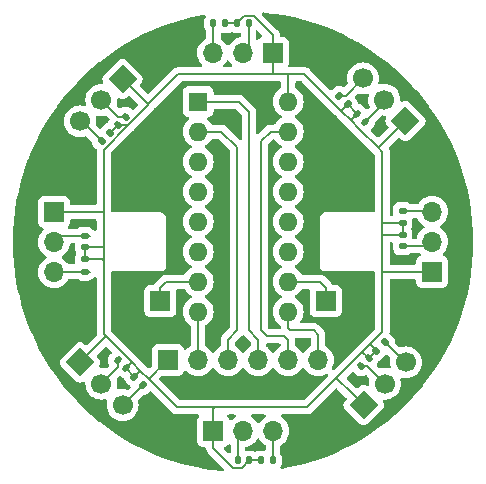
<source format=gbr>
%TF.GenerationSoftware,KiCad,Pcbnew,8.0.5*%
%TF.CreationDate,2024-12-17T18:50:45+10:00*%
%TF.ProjectId,windVane,77696e64-5661-46e6-952e-6b696361645f,rev?*%
%TF.SameCoordinates,Original*%
%TF.FileFunction,Copper,L1,Top*%
%TF.FilePolarity,Positive*%
%FSLAX46Y46*%
G04 Gerber Fmt 4.6, Leading zero omitted, Abs format (unit mm)*
G04 Created by KiCad (PCBNEW 8.0.5) date 2024-12-17 18:50:45*
%MOMM*%
%LPD*%
G01*
G04 APERTURE LIST*
G04 Aperture macros list*
%AMRoundRect*
0 Rectangle with rounded corners*
0 $1 Rounding radius*
0 $2 $3 $4 $5 $6 $7 $8 $9 X,Y pos of 4 corners*
0 Add a 4 corners polygon primitive as box body*
4,1,4,$2,$3,$4,$5,$6,$7,$8,$9,$2,$3,0*
0 Add four circle primitives for the rounded corners*
1,1,$1+$1,$2,$3*
1,1,$1+$1,$4,$5*
1,1,$1+$1,$6,$7*
1,1,$1+$1,$8,$9*
0 Add four rect primitives between the rounded corners*
20,1,$1+$1,$2,$3,$4,$5,0*
20,1,$1+$1,$4,$5,$6,$7,0*
20,1,$1+$1,$6,$7,$8,$9,0*
20,1,$1+$1,$8,$9,$2,$3,0*%
%AMHorizOval*
0 Thick line with rounded ends*
0 $1 width*
0 $2 $3 position (X,Y) of the first rounded end (center of the circle)*
0 $4 $5 position (X,Y) of the second rounded end (center of the circle)*
0 Add line between two ends*
20,1,$1,$2,$3,$4,$5,0*
0 Add two circle primitives to create the rounded ends*
1,1,$1,$2,$3*
1,1,$1,$4,$5*%
%AMRotRect*
0 Rectangle, with rotation*
0 The origin of the aperture is its center*
0 $1 length*
0 $2 width*
0 $3 Rotation angle, in degrees counterclockwise*
0 Add horizontal line*
21,1,$1,$2,0,0,$3*%
G04 Aperture macros list end*
%TA.AperFunction,SMDPad,CuDef*%
%ADD10RoundRect,0.135000X-0.185000X0.135000X-0.185000X-0.135000X0.185000X-0.135000X0.185000X0.135000X0*%
%TD*%
%TA.AperFunction,ComponentPad*%
%ADD11R,1.700000X1.700000*%
%TD*%
%TA.AperFunction,ComponentPad*%
%ADD12O,1.700000X1.700000*%
%TD*%
%TA.AperFunction,SMDPad,CuDef*%
%ADD13RoundRect,0.140000X0.140000X0.170000X-0.140000X0.170000X-0.140000X-0.170000X0.140000X-0.170000X0*%
%TD*%
%TA.AperFunction,ComponentPad*%
%ADD14RotRect,1.700000X1.700000X135.000000*%
%TD*%
%TA.AperFunction,ComponentPad*%
%ADD15HorizOval,1.700000X0.000000X0.000000X0.000000X0.000000X0*%
%TD*%
%TA.AperFunction,SMDPad,CuDef*%
%ADD16RoundRect,0.135000X-0.135000X-0.185000X0.135000X-0.185000X0.135000X0.185000X-0.135000X0.185000X0*%
%TD*%
%TA.AperFunction,SMDPad,CuDef*%
%ADD17RoundRect,0.140000X-0.021213X0.219203X-0.219203X0.021213X0.021213X-0.219203X0.219203X-0.021213X0*%
%TD*%
%TA.AperFunction,ComponentPad*%
%ADD18RotRect,1.700000X1.700000X225.000000*%
%TD*%
%TA.AperFunction,ComponentPad*%
%ADD19HorizOval,1.700000X0.000000X0.000000X0.000000X0.000000X0*%
%TD*%
%TA.AperFunction,SMDPad,CuDef*%
%ADD20RoundRect,0.135000X-0.226274X-0.035355X-0.035355X-0.226274X0.226274X0.035355X0.035355X0.226274X0*%
%TD*%
%TA.AperFunction,ComponentPad*%
%ADD21R,1.600000X1.600000*%
%TD*%
%TA.AperFunction,ComponentPad*%
%ADD22O,1.600000X1.600000*%
%TD*%
%TA.AperFunction,SMDPad,CuDef*%
%ADD23RoundRect,0.140000X0.170000X-0.140000X0.170000X0.140000X-0.170000X0.140000X-0.170000X-0.140000X0*%
%TD*%
%TA.AperFunction,ComponentPad*%
%ADD24RotRect,1.700000X1.700000X45.000000*%
%TD*%
%TA.AperFunction,ComponentPad*%
%ADD25HorizOval,1.700000X0.000000X0.000000X0.000000X0.000000X0*%
%TD*%
%TA.AperFunction,SMDPad,CuDef*%
%ADD26RoundRect,0.135000X0.135000X0.185000X-0.135000X0.185000X-0.135000X-0.185000X0.135000X-0.185000X0*%
%TD*%
%TA.AperFunction,SMDPad,CuDef*%
%ADD27RoundRect,0.135000X-0.035355X0.226274X-0.226274X0.035355X0.035355X-0.226274X0.226274X-0.035355X0*%
%TD*%
%TA.AperFunction,SMDPad,CuDef*%
%ADD28RoundRect,0.135000X0.035355X-0.226274X0.226274X-0.035355X-0.035355X0.226274X-0.226274X0.035355X0*%
%TD*%
%TA.AperFunction,SMDPad,CuDef*%
%ADD29RoundRect,0.140000X-0.140000X-0.170000X0.140000X-0.170000X0.140000X0.170000X-0.140000X0.170000X0*%
%TD*%
%TA.AperFunction,SMDPad,CuDef*%
%ADD30RoundRect,0.140000X-0.170000X0.140000X-0.170000X-0.140000X0.170000X-0.140000X0.170000X0.140000X0*%
%TD*%
%TA.AperFunction,SMDPad,CuDef*%
%ADD31RoundRect,0.140000X0.219203X0.021213X0.021213X0.219203X-0.219203X-0.021213X-0.021213X-0.219203X0*%
%TD*%
%TA.AperFunction,SMDPad,CuDef*%
%ADD32RoundRect,0.135000X0.185000X-0.135000X0.185000X0.135000X-0.185000X0.135000X-0.185000X-0.135000X0*%
%TD*%
%TA.AperFunction,SMDPad,CuDef*%
%ADD33RoundRect,0.135000X0.226274X0.035355X0.035355X0.226274X-0.226274X-0.035355X-0.035355X-0.226274X0*%
%TD*%
%TA.AperFunction,SMDPad,CuDef*%
%ADD34RoundRect,0.140000X-0.219203X-0.021213X-0.021213X-0.219203X0.219203X0.021213X0.021213X0.219203X0*%
%TD*%
%TA.AperFunction,SMDPad,CuDef*%
%ADD35RoundRect,0.140000X0.021213X-0.219203X0.219203X-0.021213X-0.021213X0.219203X-0.219203X0.021213X0*%
%TD*%
%TA.AperFunction,ComponentPad*%
%ADD36RotRect,1.700000X1.700000X315.000000*%
%TD*%
%TA.AperFunction,ComponentPad*%
%ADD37HorizOval,1.700000X0.000000X0.000000X0.000000X0.000000X0*%
%TD*%
%TA.AperFunction,Conductor*%
%ADD38C,0.200000*%
%TD*%
G04 APERTURE END LIST*
D10*
%TO.P,R7,1*%
%TO.N,Vdd*%
X136600000Y-102490000D03*
%TO.P,R7,2*%
%TO.N,West*%
X136600000Y-103510000D03*
%TD*%
D11*
%TO.P,South1,1,Pin_1*%
%TO.N,Vdd*%
X147475000Y-117000000D03*
D12*
%TO.P,South1,2,Pin_2*%
%TO.N,GND*%
X150015000Y-117000000D03*
%TO.P,South1,3,Pin_3*%
%TO.N,South*%
X152555000Y-117000000D03*
%TD*%
D13*
%TO.P,C1,1*%
%TO.N,GND*%
X150460000Y-82500000D03*
%TO.P,C1,2*%
%TO.N,Vdd*%
X149500000Y-82500000D03*
%TD*%
D14*
%TO.P,SouthEast1,1,Pin_1*%
%TO.N,Vdd*%
X160203949Y-114796051D03*
D15*
%TO.P,SouthEast1,2,Pin_2*%
%TO.N,GND*%
X162000000Y-113000000D03*
%TO.P,SouthEast1,3,Pin_3*%
%TO.N,SouthEast*%
X163796051Y-111203949D03*
%TD*%
D16*
%TO.P,R5,1*%
%TO.N,Vdd*%
X151490000Y-119500000D03*
%TO.P,R5,2*%
%TO.N,South*%
X152510000Y-119500000D03*
%TD*%
D17*
%TO.P,C8,1*%
%TO.N,GND*%
X140089411Y-90410589D03*
%TO.P,C8,2*%
%TO.N,Vdd*%
X139410589Y-91089411D03*
%TD*%
D18*
%TO.P,NorthEast1,1,Pin_1*%
%TO.N,Vdd*%
X163750000Y-90750000D03*
D19*
%TO.P,NorthEast1,2,Pin_2*%
%TO.N,GND*%
X161953949Y-88953949D03*
%TO.P,NorthEast1,3,Pin_3*%
%TO.N,NorthEast*%
X160157898Y-87157898D03*
%TD*%
D20*
%TO.P,R6,1*%
%TO.N,Vdd*%
X140800000Y-112400000D03*
%TO.P,R6,2*%
%TO.N,SouthWest*%
X141521248Y-113121248D03*
%TD*%
D11*
%TO.P,West1,1,Pin_1*%
%TO.N,Vdd*%
X134000000Y-98475000D03*
D12*
%TO.P,West1,2,Pin_2*%
%TO.N,GND*%
X134000000Y-101015000D03*
%TO.P,West1,3,Pin_3*%
%TO.N,West*%
X134000000Y-103555000D03*
%TD*%
D21*
%TO.P,SN74HC165,1,Pin_1*%
%TO.N,SH{slash}~{LD}*%
X146200000Y-89125000D03*
D22*
%TO.P,SN74HC165,2,Pin_2*%
%TO.N,CLK*%
X146200000Y-91665000D03*
%TO.P,SN74HC165,3,Pin_3*%
%TO.N,North*%
X146200000Y-94205000D03*
%TO.P,SN74HC165,4,Pin_4*%
%TO.N,NorthWest*%
X146200000Y-96745000D03*
%TO.P,SN74HC165,5,Pin_5*%
%TO.N,West*%
X146200000Y-99285000D03*
%TO.P,SN74HC165,6,Pin_6*%
%TO.N,SouthWest*%
X146200000Y-101825000D03*
%TO.P,SN74HC165,7,Pin_7*%
%TO.N,~{Q}_{h}*%
X146200000Y-104365000D03*
%TO.P,SN74HC165,8,Pin_8*%
%TO.N,GND*%
X146200000Y-106905000D03*
%TO.P,SN74HC165,9,Pin_9*%
%TO.N,Q_{h}*%
X153820000Y-106905000D03*
%TO.P,SN74HC165,10,Pin_10*%
%TO.N,SER*%
X153820000Y-104365000D03*
%TO.P,SN74HC165,11,Pin_11*%
%TO.N,South*%
X153820000Y-101825000D03*
%TO.P,SN74HC165,12,Pin_12*%
%TO.N,SouthEast*%
X153820000Y-99285000D03*
%TO.P,SN74HC165,13,Pin_13*%
%TO.N,East*%
X153820000Y-96745000D03*
%TO.P,SN74HC165,14,Pin_14*%
%TO.N,NorthEast*%
X153820000Y-94205000D03*
%TO.P,SN74HC165,15,Pin_15*%
%TO.N,clkINH*%
X153820000Y-91665000D03*
%TO.P,SN74HC165,16,Pin_16*%
%TO.N,Vdd*%
X153820000Y-89125000D03*
%TD*%
D23*
%TO.P,C3,1*%
%TO.N,GND*%
X163500000Y-101360000D03*
%TO.P,C3,2*%
%TO.N,Vdd*%
X163500000Y-100400000D03*
%TD*%
D11*
%TO.P,J1,1,Pin_1*%
%TO.N,~{Q}_{h}*%
X143000000Y-106000000D03*
%TD*%
D24*
%TO.P,SouthWest1,1,Pin_1*%
%TO.N,Vdd*%
X136203949Y-111203949D03*
D25*
%TO.P,SouthWest1,2,Pin_2*%
%TO.N,GND*%
X138000000Y-113000000D03*
%TO.P,SouthWest1,3,Pin_3*%
%TO.N,SouthWest*%
X139796051Y-114796051D03*
%TD*%
D26*
%TO.P,R1,1*%
%TO.N,Vdd*%
X148510000Y-82500000D03*
%TO.P,R1,2*%
%TO.N,North*%
X147490000Y-82500000D03*
%TD*%
D27*
%TO.P,R8,1*%
%TO.N,Vdd*%
X138750000Y-91750000D03*
%TO.P,R8,2*%
%TO.N,NorthWest*%
X138028752Y-92471248D03*
%TD*%
D28*
%TO.P,R4,1*%
%TO.N,Vdd*%
X161278752Y-110221248D03*
%TO.P,R4,2*%
%TO.N,SouthEast*%
X162000000Y-109500000D03*
%TD*%
D29*
%TO.P,C5,1*%
%TO.N,GND*%
X149540000Y-119500000D03*
%TO.P,C5,2*%
%TO.N,Vdd*%
X150500000Y-119500000D03*
%TD*%
D11*
%TO.P,North1,1,Pin_1*%
%TO.N,Vdd*%
X152525000Y-85000000D03*
D12*
%TO.P,North1,2,Pin_2*%
%TO.N,GND*%
X149985000Y-85000000D03*
%TO.P,North1,3,Pin_3*%
%TO.N,North*%
X147445000Y-85000000D03*
%TD*%
D30*
%TO.P,C7,1*%
%TO.N,GND*%
X136600000Y-100500000D03*
%TO.P,C7,2*%
%TO.N,Vdd*%
X136600000Y-101460000D03*
%TD*%
D31*
%TO.P,C2,1*%
%TO.N,GND*%
X160339411Y-90839411D03*
%TO.P,C2,2*%
%TO.N,Vdd*%
X159660589Y-90160589D03*
%TD*%
D32*
%TO.P,R3,1*%
%TO.N,Vdd*%
X163500000Y-99400000D03*
%TO.P,R3,2*%
%TO.N,East*%
X163500000Y-98380000D03*
%TD*%
D33*
%TO.P,R2,1*%
%TO.N,Vdd*%
X158860624Y-89360624D03*
%TO.P,R2,2*%
%TO.N,NorthEast*%
X158139376Y-88639376D03*
%TD*%
D34*
%TO.P,C6,1*%
%TO.N,GND*%
X139400000Y-111000000D03*
%TO.P,C6,2*%
%TO.N,Vdd*%
X140078822Y-111678822D03*
%TD*%
D35*
%TO.P,C4,1*%
%TO.N,GND*%
X159966135Y-111533865D03*
%TO.P,C4,2*%
%TO.N,Vdd*%
X160644957Y-110855043D03*
%TD*%
D11*
%TO.P,J2,1,Pin_1*%
%TO.N,SER*%
X157000000Y-106000000D03*
%TD*%
%TO.P,East1,1,Pin_1*%
%TO.N,Vdd*%
X166000000Y-103525000D03*
D12*
%TO.P,East1,2,Pin_2*%
%TO.N,GND*%
X166000000Y-100985000D03*
%TO.P,East1,3,Pin_3*%
%TO.N,East*%
X166000000Y-98445000D03*
%TD*%
D36*
%TO.P,NorthWest1,1,Pin_1*%
%TO.N,Vdd*%
X139796051Y-87203949D03*
D37*
%TO.P,NorthWest1,2,Pin_2*%
%TO.N,GND*%
X138000000Y-89000000D03*
%TO.P,NorthWest1,3,Pin_3*%
%TO.N,NorthWest*%
X136203949Y-90796051D03*
%TD*%
D11*
%TO.P,SIG1,1,Pin_1*%
%TO.N,Vdd*%
X143650000Y-111000000D03*
D12*
%TO.P,SIG1,2,Pin_2*%
%TO.N,GND*%
X146190000Y-111000000D03*
%TO.P,SIG1,3,Pin_3*%
%TO.N,CLK*%
X148730000Y-111000000D03*
%TO.P,SIG1,4,Pin_4*%
%TO.N,SH{slash}~{LD}*%
X151270000Y-111000000D03*
%TO.P,SIG1,5,Pin_5*%
%TO.N,clkINH*%
X153810000Y-111000000D03*
%TO.P,SIG1,6,Pin_6*%
%TO.N,Q_{h}*%
X156350000Y-111000000D03*
%TD*%
D38*
%TO.N,Vdd*%
X163500000Y-99400000D02*
X161800000Y-99400000D01*
X134000000Y-98475000D02*
X138125000Y-98475000D01*
X136600000Y-102490000D02*
X136600000Y-101460000D01*
X150110000Y-81890000D02*
X150890000Y-81890000D01*
X159304188Y-113896290D02*
X159296290Y-113896290D01*
X161800000Y-99400000D02*
X161800000Y-100400000D01*
X138125000Y-98475000D02*
X138200000Y-98400000D01*
X161875000Y-103525000D02*
X161800000Y-103600000D01*
X141962670Y-89362670D02*
X141962670Y-89400000D01*
X147520000Y-116955000D02*
X147475000Y-117000000D01*
X160644957Y-110844957D02*
X160100000Y-110300000D01*
X155200000Y-86800000D02*
X158300000Y-89900000D01*
X160100000Y-110300000D02*
X158200000Y-112200000D01*
X140751358Y-88159256D02*
X139796051Y-87203949D01*
X160644957Y-110855043D02*
X161278752Y-110221248D01*
X161800000Y-108600000D02*
X160800000Y-109600000D01*
X138090000Y-102490000D02*
X138200000Y-102600000D01*
X140800000Y-112400000D02*
X140078822Y-111678822D01*
X158200000Y-112200000D02*
X157900000Y-112500000D01*
X148510000Y-82500000D02*
X149500000Y-82500000D01*
X136600000Y-102490000D02*
X138090000Y-102490000D01*
X139410589Y-91089411D02*
X140273259Y-91089411D01*
X140759256Y-88159256D02*
X141962670Y-89362670D01*
X149890000Y-120110000D02*
X149110000Y-120110000D01*
X140800000Y-112400000D02*
X141300000Y-111900000D01*
X158300000Y-89900000D02*
X159100000Y-90700000D01*
X138200000Y-102800000D02*
X138200000Y-102600000D01*
X150890000Y-81890000D02*
X152525000Y-83525000D01*
X138400000Y-109007898D02*
X138400000Y-109000000D01*
X158860624Y-89360624D02*
X159660589Y-90160589D01*
X161800000Y-100400000D02*
X161800000Y-103600000D01*
X140273259Y-91089411D02*
X141962670Y-89400000D01*
X160800000Y-109742496D02*
X160800000Y-109600000D01*
X140078822Y-111678822D02*
X140557644Y-111200000D01*
X161400000Y-93000000D02*
X161800000Y-93400000D01*
X161500000Y-93000000D02*
X161400000Y-93000000D01*
X140273259Y-91089411D02*
X140273259Y-91126741D01*
X144400000Y-115000000D02*
X147600000Y-115000000D01*
X155400000Y-115000000D02*
X157900000Y-112500000D01*
X159901358Y-91501358D02*
X161400000Y-93000000D01*
X136203949Y-111203949D02*
X138400000Y-109007898D01*
X143650000Y-111000000D02*
X143600000Y-111000000D01*
X158860624Y-89360624D02*
X158321248Y-89900000D01*
X152400000Y-86800000D02*
X152525000Y-86675000D01*
X163750000Y-90750000D02*
X161500000Y-93000000D01*
X138140000Y-101460000D02*
X138200000Y-101400000D01*
X153820000Y-89125000D02*
X153820000Y-86820000D01*
X138400000Y-109000000D02*
X138200000Y-108800000D01*
X147475000Y-115125000D02*
X147600000Y-115000000D01*
X147480000Y-117005000D02*
X147475000Y-117000000D01*
X159296290Y-113896290D02*
X157900000Y-112500000D01*
X149110000Y-120110000D02*
X147475000Y-118475000D01*
X153820000Y-86820000D02*
X153800000Y-86800000D01*
X160800000Y-109600000D02*
X160100000Y-110300000D01*
X140273259Y-91126741D02*
X138200000Y-93200000D01*
X159304188Y-113896290D02*
X160203949Y-114796051D01*
X158321248Y-89900000D02*
X158300000Y-89900000D01*
X150500000Y-119500000D02*
X149890000Y-120110000D01*
X161800000Y-93400000D02*
X161800000Y-99400000D01*
X147600000Y-115000000D02*
X155400000Y-115000000D01*
X159100000Y-90700000D02*
X159901358Y-91501358D01*
X152525000Y-83525000D02*
X152525000Y-85000000D01*
X140751358Y-88159256D02*
X140759256Y-88159256D01*
X140557644Y-111200000D02*
X140600000Y-111200000D01*
X161278752Y-110221248D02*
X160800000Y-109742496D01*
X136600000Y-101460000D02*
X138140000Y-101460000D01*
X163500000Y-100400000D02*
X161800000Y-100400000D01*
X159660589Y-90160589D02*
X159121178Y-90700000D01*
X138750000Y-91750000D02*
X139410589Y-91089411D01*
X141300000Y-111900000D02*
X142000000Y-112600000D01*
X144525340Y-86800000D02*
X152400000Y-86800000D01*
X153800000Y-86800000D02*
X155200000Y-86800000D01*
X160644957Y-110855043D02*
X160644957Y-110844957D01*
X152525000Y-85000000D02*
X152525000Y-85125000D01*
X138200000Y-101400000D02*
X138200000Y-98400000D01*
X150500000Y-119500000D02*
X151490000Y-119500000D01*
X163500000Y-100400000D02*
X163500000Y-99400000D01*
X166000000Y-103525000D02*
X161875000Y-103525000D01*
X138400000Y-109000000D02*
X140600000Y-111200000D01*
X149500000Y-82500000D02*
X150110000Y-81890000D01*
X152525000Y-86675000D02*
X152525000Y-85000000D01*
X142000000Y-112600000D02*
X144400000Y-115000000D01*
X147475000Y-118475000D02*
X147475000Y-117000000D01*
X159121178Y-90700000D02*
X159100000Y-90700000D01*
X147475000Y-117000000D02*
X147475000Y-115125000D01*
X152400000Y-86800000D02*
X153800000Y-86800000D01*
X138200000Y-102600000D02*
X138200000Y-101400000D01*
X161800000Y-103600000D02*
X161800000Y-108600000D01*
X138200000Y-98400000D02*
X138200000Y-93200000D01*
X138200000Y-102800000D02*
X138200000Y-108800000D01*
X140600000Y-111200000D02*
X141300000Y-111900000D01*
X141962670Y-89362670D02*
X144525340Y-86800000D01*
X143600000Y-111000000D02*
X142000000Y-112600000D01*
%TO.N,East*%
X163500000Y-98380000D02*
X165935000Y-98380000D01*
X165935000Y-98380000D02*
X166000000Y-98445000D01*
%TO.N,GND*%
X150460000Y-84525000D02*
X149985000Y-85000000D01*
X149540000Y-117475000D02*
X150015000Y-117000000D01*
X139410589Y-90410589D02*
X138000000Y-89000000D01*
X137000000Y-100500000D02*
X134515000Y-100500000D01*
X165625000Y-101360000D02*
X166000000Y-100985000D01*
X159966135Y-111533865D02*
X160533865Y-111533865D01*
X139400000Y-111600000D02*
X138000000Y-113000000D01*
X134515000Y-100500000D02*
X134000000Y-101015000D01*
X146190000Y-106915000D02*
X146200000Y-106905000D01*
X139400000Y-111000000D02*
X139400000Y-111600000D01*
X150460000Y-83250000D02*
X150460000Y-84525000D01*
X160339411Y-90839411D02*
X161953949Y-89224873D01*
X146190000Y-111000000D02*
X146190000Y-106915000D01*
X163500000Y-101360000D02*
X165625000Y-101360000D01*
X149540000Y-119500000D02*
X149540000Y-117475000D01*
X160533865Y-111533865D02*
X162000000Y-113000000D01*
X140089411Y-90410589D02*
X139410589Y-90410589D01*
X149640000Y-116625000D02*
X150015000Y-117000000D01*
X161953949Y-89224873D02*
X161953949Y-88953949D01*
X150460000Y-82500000D02*
X150460000Y-83250000D01*
%TO.N,North*%
X147490000Y-84955000D02*
X147445000Y-85000000D01*
X147490000Y-82500000D02*
X147490000Y-84955000D01*
%TO.N,NorthEast*%
X158139376Y-88639376D02*
X158676420Y-88639376D01*
X158676420Y-88639376D02*
X160157898Y-87157898D01*
%TO.N,South*%
X152510000Y-117045000D02*
X152555000Y-117000000D01*
X152600000Y-116955000D02*
X152555000Y-117000000D01*
X152510000Y-119500000D02*
X152510000Y-117045000D01*
%TO.N,SouthEast*%
X163703949Y-111203949D02*
X163796051Y-111203949D01*
X162000000Y-109500000D02*
X163703949Y-111203949D01*
%TO.N,SouthWest*%
X139846445Y-114796051D02*
X139796051Y-114796051D01*
X140139376Y-114452726D02*
X139796051Y-114796051D01*
X141521248Y-113121248D02*
X139846445Y-114796051D01*
%TO.N,West*%
X134045000Y-103510000D02*
X134000000Y-103555000D01*
X137000000Y-103510000D02*
X134045000Y-103510000D01*
%TO.N,NorthWest*%
X138028752Y-92471248D02*
X136353555Y-90796051D01*
X136353555Y-90796051D02*
X136203949Y-90796051D01*
%TO.N,~{Q}_{h}*%
X146200000Y-104365000D02*
X143500000Y-104365000D01*
X143000000Y-104865000D02*
X143500000Y-104365000D01*
X143000000Y-106000000D02*
X143000000Y-104865000D01*
%TO.N,Q_{h}*%
X153820000Y-108320000D02*
X154000000Y-108500000D01*
X154000000Y-108500000D02*
X156000000Y-108500000D01*
X153820000Y-106905000D02*
X153820000Y-108320000D01*
X156350000Y-108850000D02*
X156350000Y-111000000D01*
X156000000Y-108500000D02*
X156350000Y-108850000D01*
%TO.N,SER*%
X153820000Y-104365000D02*
X156500000Y-104365000D01*
X157000000Y-106000000D02*
X157000000Y-104865000D01*
X157000000Y-104865000D02*
X156500000Y-104365000D01*
%TO.N,clkINH*%
X151500000Y-108500000D02*
X151500000Y-92500000D01*
X153810000Y-109310000D02*
X153500000Y-109000000D01*
X152335000Y-91665000D02*
X153820000Y-91665000D01*
X153500000Y-109000000D02*
X152000000Y-109000000D01*
X153810000Y-111000000D02*
X153810000Y-109310000D01*
X152000000Y-109000000D02*
X151500000Y-108500000D01*
X151500000Y-92500000D02*
X152335000Y-91665000D01*
%TO.N,CLK*%
X148165000Y-91665000D02*
X146200000Y-91665000D01*
X149500000Y-108500000D02*
X149500000Y-93000000D01*
X148730000Y-109270000D02*
X149500000Y-108500000D01*
X149500000Y-93000000D02*
X148165000Y-91665000D01*
X148730000Y-111000000D02*
X148730000Y-109270000D01*
%TO.N,SH{slash}~{LD}*%
X149625000Y-89125000D02*
X146200000Y-89125000D01*
X151270000Y-109270000D02*
X150500000Y-108500000D01*
X150500000Y-90000000D02*
X149625000Y-89125000D01*
X150500000Y-108500000D02*
X150500000Y-90000000D01*
X151270000Y-111000000D02*
X151270000Y-109270000D01*
%TD*%
%TA.AperFunction,NonConductor*%
G36*
X151265703Y-83115384D02*
G01*
X151272181Y-83121416D01*
X151605270Y-83454505D01*
X151638755Y-83515828D01*
X151633771Y-83585520D01*
X151591899Y-83641453D01*
X151560922Y-83658368D01*
X151432671Y-83706202D01*
X151432664Y-83706206D01*
X151317455Y-83792452D01*
X151283766Y-83837455D01*
X151227832Y-83879325D01*
X151158140Y-83884309D01*
X151096817Y-83850823D01*
X151063333Y-83789499D01*
X151060500Y-83763143D01*
X151060500Y-83209097D01*
X151080185Y-83142058D01*
X151132989Y-83096303D01*
X151202147Y-83086359D01*
X151265703Y-83115384D01*
G37*
%TD.AperFunction*%
%TA.AperFunction,NonConductor*%
G36*
X149073388Y-83244623D02*
G01*
X149103605Y-83262494D01*
X149103608Y-83262494D01*
X149103610Y-83262496D01*
X149259002Y-83307642D01*
X149259005Y-83307642D01*
X149259007Y-83307643D01*
X149295310Y-83310500D01*
X149295318Y-83310500D01*
X149704682Y-83310500D01*
X149704690Y-83310500D01*
X149725767Y-83308841D01*
X149794145Y-83323202D01*
X149843903Y-83372252D01*
X149859500Y-83432458D01*
X149859500Y-83541696D01*
X149839815Y-83608735D01*
X149787011Y-83654490D01*
X149754745Y-83663003D01*
X149754921Y-83663998D01*
X149749586Y-83664938D01*
X149521344Y-83726094D01*
X149521335Y-83726098D01*
X149307171Y-83825964D01*
X149307169Y-83825965D01*
X149113597Y-83961505D01*
X148946505Y-84128597D01*
X148816575Y-84314158D01*
X148761998Y-84357783D01*
X148692500Y-84364977D01*
X148630145Y-84333454D01*
X148613425Y-84314158D01*
X148483494Y-84128597D01*
X148316402Y-83961506D01*
X148316401Y-83961505D01*
X148158331Y-83850823D01*
X148143376Y-83840351D01*
X148099751Y-83785774D01*
X148090500Y-83738776D01*
X148090500Y-83429274D01*
X148110185Y-83362235D01*
X148162989Y-83316480D01*
X148232147Y-83306536D01*
X148249086Y-83310195D01*
X148274796Y-83317665D01*
X148310819Y-83320500D01*
X148709180Y-83320499D01*
X148745204Y-83317665D01*
X148899393Y-83272869D01*
X148947150Y-83244625D01*
X149014871Y-83227442D01*
X149073388Y-83244623D01*
G37*
%TD.AperFunction*%
%TA.AperFunction,NonConductor*%
G36*
X148799855Y-85666546D02*
G01*
X148816575Y-85685842D01*
X148946501Y-85871396D01*
X148946506Y-85871402D01*
X149062923Y-85987819D01*
X149096408Y-86049142D01*
X149091424Y-86118834D01*
X149049552Y-86174767D01*
X148984088Y-86199184D01*
X148975242Y-86199500D01*
X148454758Y-86199500D01*
X148387719Y-86179815D01*
X148341964Y-86127011D01*
X148332020Y-86057853D01*
X148361045Y-85994297D01*
X148367077Y-85987819D01*
X148397414Y-85957482D01*
X148483495Y-85871401D01*
X148613425Y-85685842D01*
X148668002Y-85642217D01*
X148737500Y-85635023D01*
X148799855Y-85666546D01*
G37*
%TD.AperFunction*%
%TA.AperFunction,NonConductor*%
G36*
X159794136Y-88458568D02*
G01*
X159922490Y-88492961D01*
X160110816Y-88509437D01*
X160157897Y-88513557D01*
X160157898Y-88513557D01*
X160157899Y-88513557D01*
X160197132Y-88510124D01*
X160393306Y-88492961D01*
X160493997Y-88465981D01*
X160563847Y-88467644D01*
X160621709Y-88506807D01*
X160649213Y-88571035D01*
X160645865Y-88617848D01*
X160618888Y-88718532D01*
X160618885Y-88718545D01*
X160598290Y-88953948D01*
X160598290Y-88953949D01*
X160618885Y-89189352D01*
X160618887Y-89189362D01*
X160680043Y-89417604D01*
X160680045Y-89417608D01*
X160680046Y-89417612D01*
X160717108Y-89497092D01*
X160727600Y-89566169D01*
X160699080Y-89629953D01*
X160692407Y-89637177D01*
X160574140Y-89755444D01*
X160512817Y-89788929D01*
X160443125Y-89783945D01*
X160392170Y-89748296D01*
X160378438Y-89732218D01*
X160378422Y-89732201D01*
X160088976Y-89442755D01*
X160088959Y-89442739D01*
X160061272Y-89419092D01*
X160061268Y-89419089D01*
X159919461Y-89341131D01*
X159805946Y-89311985D01*
X159745908Y-89276247D01*
X159716680Y-89222719D01*
X159682467Y-89089466D01*
X159682466Y-89089465D01*
X159682466Y-89089463D01*
X159609619Y-88956955D01*
X159605115Y-88948762D01*
X159581647Y-88921285D01*
X159581632Y-88921269D01*
X159500377Y-88840014D01*
X159466892Y-88778691D01*
X159471876Y-88708999D01*
X159500375Y-88664654D01*
X159674368Y-88490661D01*
X159735689Y-88457178D01*
X159794136Y-88458568D01*
G37*
%TD.AperFunction*%
%TA.AperFunction,NonConductor*%
G36*
X140373663Y-88638745D02*
G01*
X140418011Y-88667246D01*
X141044418Y-89293653D01*
X141077903Y-89354976D01*
X141072919Y-89424668D01*
X141044418Y-89469015D01*
X140735706Y-89777727D01*
X140674383Y-89811212D01*
X140604691Y-89806228D01*
X140560344Y-89777727D01*
X140475372Y-89692755D01*
X140475355Y-89692739D01*
X140447668Y-89669092D01*
X140447664Y-89669089D01*
X140305856Y-89591130D01*
X140149115Y-89550886D01*
X140149112Y-89550886D01*
X139987284Y-89550886D01*
X139987280Y-89550886D01*
X139830539Y-89591130D01*
X139688731Y-89669089D01*
X139688723Y-89669095D01*
X139683980Y-89673146D01*
X139620218Y-89701715D01*
X139551133Y-89691276D01*
X139515770Y-89666535D01*
X139332766Y-89483531D01*
X139299281Y-89422208D01*
X139300672Y-89363757D01*
X139306505Y-89341989D01*
X139335063Y-89235408D01*
X139355659Y-89000000D01*
X139351892Y-88956951D01*
X139365658Y-88888454D01*
X139414272Y-88838271D01*
X139482300Y-88822336D01*
X139526932Y-88833351D01*
X139653591Y-88891195D01*
X139653592Y-88891195D01*
X139653594Y-88891196D01*
X139796051Y-88911677D01*
X139938508Y-88891196D01*
X140069424Y-88831408D01*
X140116107Y-88793789D01*
X140242649Y-88667245D01*
X140303971Y-88633761D01*
X140373663Y-88638745D01*
G37*
%TD.AperFunction*%
%TA.AperFunction,NonConductor*%
G36*
X138433606Y-90302335D02*
G01*
X138483531Y-90332766D01*
X138666535Y-90515770D01*
X138700020Y-90577093D01*
X138695036Y-90646785D01*
X138673146Y-90683980D01*
X138669095Y-90688723D01*
X138669089Y-90688731D01*
X138591131Y-90830536D01*
X138590459Y-90833157D01*
X138589370Y-90834985D01*
X138588261Y-90837788D01*
X138587808Y-90837608D01*
X138554717Y-90893193D01*
X138501197Y-90922416D01*
X138478849Y-90928154D01*
X138478844Y-90928156D01*
X138338136Y-91005509D01*
X138310662Y-91028975D01*
X138310645Y-91028991D01*
X138028994Y-91310643D01*
X138028983Y-91310655D01*
X138005509Y-91338137D01*
X137992615Y-91361592D01*
X137943069Y-91410855D01*
X137874754Y-91425511D01*
X137809359Y-91400907D01*
X137796273Y-91389534D01*
X137568330Y-91161591D01*
X137534845Y-91100268D01*
X137536238Y-91041811D01*
X137539011Y-91031463D01*
X137539011Y-91031462D01*
X137539012Y-91031459D01*
X137559608Y-90796051D01*
X137539012Y-90560643D01*
X137512032Y-90459951D01*
X137513695Y-90390101D01*
X137552858Y-90332239D01*
X137617086Y-90304735D01*
X137663900Y-90308083D01*
X137764592Y-90335063D01*
X137952918Y-90351539D01*
X137999999Y-90355659D01*
X138000000Y-90355659D01*
X138000001Y-90355659D01*
X138044805Y-90351739D01*
X138235408Y-90335063D01*
X138363757Y-90300672D01*
X138433606Y-90302335D01*
G37*
%TD.AperFunction*%
%TA.AperFunction,NonConductor*%
G36*
X161953949Y-90309608D02*
G01*
X161996996Y-90305841D01*
X162065493Y-90319606D01*
X162115677Y-90368221D01*
X162131612Y-90436249D01*
X162120597Y-90480880D01*
X162062754Y-90607536D01*
X162062752Y-90607544D01*
X162042272Y-90750000D01*
X162062752Y-90892455D01*
X162062753Y-90892459D01*
X162122539Y-91023370D01*
X162122540Y-91023371D01*
X162122541Y-91023373D01*
X162160160Y-91070056D01*
X162160163Y-91070059D01*
X162160168Y-91070065D01*
X162282752Y-91192649D01*
X162316237Y-91253972D01*
X162311253Y-91323664D01*
X162282752Y-91368011D01*
X161537680Y-92113083D01*
X161476357Y-92146568D01*
X161406665Y-92141584D01*
X161362318Y-92113083D01*
X160853606Y-91604371D01*
X160820121Y-91543048D01*
X160825105Y-91473356D01*
X160853603Y-91429011D01*
X161057259Y-91225357D01*
X161080909Y-91197667D01*
X161158869Y-91055856D01*
X161199114Y-90899112D01*
X161199114Y-90880304D01*
X161218799Y-90813265D01*
X161235429Y-90792627D01*
X161696510Y-90331545D01*
X161757831Y-90298062D01*
X161794991Y-90295700D01*
X161953949Y-90309608D01*
G37*
%TD.AperFunction*%
%TA.AperFunction,NonConductor*%
G36*
X149391942Y-89745185D02*
G01*
X149412584Y-89761819D01*
X149863181Y-90212416D01*
X149896666Y-90273739D01*
X149899500Y-90300097D01*
X149899500Y-92250903D01*
X149879815Y-92317942D01*
X149827011Y-92363697D01*
X149757853Y-92373641D01*
X149694297Y-92344616D01*
X149687819Y-92338584D01*
X148652590Y-91303355D01*
X148652588Y-91303352D01*
X148533717Y-91184481D01*
X148533709Y-91184475D01*
X148436647Y-91128437D01*
X148436645Y-91128436D01*
X148396790Y-91105425D01*
X148396787Y-91105423D01*
X148335693Y-91089053D01*
X148244057Y-91064499D01*
X148085943Y-91064499D01*
X148078347Y-91064499D01*
X148078331Y-91064500D01*
X147431692Y-91064500D01*
X147364653Y-91044815D01*
X147330119Y-91011625D01*
X147203323Y-90830540D01*
X147200045Y-90825858D01*
X147039143Y-90664956D01*
X147014536Y-90647726D01*
X146970912Y-90593149D01*
X146963719Y-90523650D01*
X146995241Y-90461296D01*
X147055471Y-90425882D01*
X147072404Y-90422861D01*
X147107483Y-90419091D01*
X147242331Y-90368796D01*
X147357546Y-90282546D01*
X147443796Y-90167331D01*
X147494091Y-90032483D01*
X147500500Y-89972873D01*
X147500500Y-89849500D01*
X147520185Y-89782461D01*
X147572989Y-89736706D01*
X147624500Y-89725500D01*
X149324903Y-89725500D01*
X149391942Y-89745185D01*
G37*
%TD.AperFunction*%
%TA.AperFunction,NonConductor*%
G36*
X137542539Y-99095185D02*
G01*
X137588294Y-99147989D01*
X137599500Y-99199500D01*
X137599500Y-99950902D01*
X137579815Y-100017941D01*
X137527011Y-100063696D01*
X137457853Y-100073640D01*
X137394297Y-100044615D01*
X137387819Y-100038583D01*
X137368717Y-100019481D01*
X137368712Y-100019477D01*
X137303752Y-99981973D01*
X137278074Y-99962270D01*
X137165687Y-99849883D01*
X137150607Y-99840965D01*
X137026393Y-99767505D01*
X137026390Y-99767504D01*
X136870997Y-99722357D01*
X136870991Y-99722356D01*
X136834697Y-99719500D01*
X136834690Y-99719500D01*
X136365310Y-99719500D01*
X136365302Y-99719500D01*
X136329008Y-99722356D01*
X136329002Y-99722357D01*
X136173609Y-99767504D01*
X136173606Y-99767505D01*
X136034315Y-99849881D01*
X136034307Y-99849887D01*
X136021014Y-99863181D01*
X135959691Y-99896666D01*
X135933333Y-99899500D01*
X135289954Y-99899500D01*
X135222915Y-99879815D01*
X135177160Y-99827011D01*
X135167216Y-99757853D01*
X135196241Y-99694297D01*
X135202273Y-99687819D01*
X135207542Y-99682548D01*
X135207546Y-99682546D01*
X135293796Y-99567331D01*
X135344091Y-99432483D01*
X135350500Y-99372873D01*
X135350500Y-99199500D01*
X135370185Y-99132461D01*
X135422989Y-99086706D01*
X135474500Y-99075500D01*
X137475500Y-99075500D01*
X137542539Y-99095185D01*
G37*
%TD.AperFunction*%
%TA.AperFunction,NonConductor*%
G36*
X164747637Y-99000185D02*
G01*
X164792980Y-99052095D01*
X164825964Y-99122829D01*
X164825965Y-99122831D01*
X164918408Y-99254852D01*
X164939518Y-99285001D01*
X164961501Y-99316395D01*
X164961506Y-99316402D01*
X165128597Y-99483493D01*
X165128603Y-99483498D01*
X165314158Y-99613425D01*
X165357783Y-99668002D01*
X165364977Y-99737500D01*
X165333454Y-99799855D01*
X165314158Y-99816575D01*
X165128597Y-99946505D01*
X164961505Y-100113597D01*
X164825965Y-100307169D01*
X164825964Y-100307171D01*
X164726098Y-100521335D01*
X164726094Y-100521344D01*
X164686908Y-100667593D01*
X164650543Y-100727254D01*
X164587696Y-100757783D01*
X164567133Y-100759500D01*
X164432459Y-100759500D01*
X164365420Y-100739815D01*
X164319665Y-100687011D01*
X164308841Y-100625772D01*
X164310499Y-100604697D01*
X164310500Y-100604690D01*
X164310500Y-100195310D01*
X164307643Y-100159007D01*
X164297809Y-100125158D01*
X164262496Y-100003610D01*
X164262494Y-100003608D01*
X164262494Y-100003605D01*
X164241667Y-99968388D01*
X164224485Y-99900668D01*
X164241668Y-99842149D01*
X164272869Y-99789393D01*
X164317665Y-99635204D01*
X164320500Y-99599181D01*
X164320499Y-99200820D01*
X164317665Y-99164796D01*
X164310198Y-99139094D01*
X164310397Y-99069227D01*
X164348338Y-99010556D01*
X164411976Y-98981712D01*
X164429274Y-98980500D01*
X164680598Y-98980500D01*
X164747637Y-99000185D01*
G37*
%TD.AperFunction*%
%TA.AperFunction,NonConductor*%
G36*
X135734580Y-101120185D02*
G01*
X135780335Y-101172989D01*
X135791159Y-101234228D01*
X135789500Y-101255302D01*
X135789500Y-101664697D01*
X135792356Y-101700991D01*
X135792357Y-101700997D01*
X135837504Y-101856390D01*
X135837504Y-101856391D01*
X135837505Y-101856393D01*
X135837506Y-101856395D01*
X135850062Y-101877626D01*
X135867202Y-101906609D01*
X135884383Y-101974334D01*
X135867202Y-102032848D01*
X135827132Y-102100604D01*
X135827129Y-102100611D01*
X135782335Y-102254791D01*
X135782334Y-102254797D01*
X135779500Y-102290811D01*
X135779500Y-102689169D01*
X135779501Y-102689191D01*
X135782098Y-102722202D01*
X135782335Y-102725204D01*
X135789739Y-102750690D01*
X135789802Y-102750904D01*
X135789603Y-102820773D01*
X135751662Y-102879444D01*
X135688024Y-102908288D01*
X135670726Y-102909500D01*
X135261222Y-102909500D01*
X135194183Y-102889815D01*
X135159647Y-102856623D01*
X135137537Y-102825047D01*
X135085622Y-102750904D01*
X135038494Y-102683597D01*
X134871402Y-102516506D01*
X134871396Y-102516501D01*
X134685842Y-102386575D01*
X134642217Y-102331998D01*
X134635023Y-102262500D01*
X134666546Y-102200145D01*
X134685842Y-102183425D01*
X134747145Y-102140500D01*
X134871401Y-102053495D01*
X135038495Y-101886401D01*
X135174035Y-101692830D01*
X135273903Y-101478663D01*
X135335063Y-101250408D01*
X135338275Y-101213691D01*
X135363727Y-101148624D01*
X135420318Y-101107645D01*
X135461803Y-101100500D01*
X135667541Y-101100500D01*
X135734580Y-101120185D01*
G37*
%TD.AperFunction*%
%TA.AperFunction,NonConductor*%
G36*
X162634580Y-101020185D02*
G01*
X162680335Y-101072989D01*
X162691159Y-101134228D01*
X162689500Y-101155302D01*
X162689500Y-101564697D01*
X162692356Y-101600991D01*
X162692357Y-101600997D01*
X162737504Y-101756390D01*
X162737505Y-101756393D01*
X162819881Y-101895684D01*
X162819887Y-101895692D01*
X162934307Y-102010112D01*
X162934311Y-102010115D01*
X162934313Y-102010117D01*
X163073605Y-102092494D01*
X163114587Y-102104400D01*
X163229002Y-102137642D01*
X163229005Y-102137642D01*
X163229007Y-102137643D01*
X163265310Y-102140500D01*
X163265318Y-102140500D01*
X163734682Y-102140500D01*
X163734690Y-102140500D01*
X163770993Y-102137643D01*
X163770995Y-102137642D01*
X163770997Y-102137642D01*
X163811975Y-102125736D01*
X163926395Y-102092494D01*
X164065687Y-102010117D01*
X164069224Y-102006580D01*
X164078986Y-101996819D01*
X164140309Y-101963334D01*
X164166667Y-101960500D01*
X164946169Y-101960500D01*
X165013208Y-101980185D01*
X165058963Y-102032989D01*
X165068907Y-102102147D01*
X165039882Y-102165703D01*
X164989502Y-102200682D01*
X164907671Y-102231202D01*
X164907664Y-102231206D01*
X164792455Y-102317452D01*
X164792452Y-102317455D01*
X164706206Y-102432664D01*
X164706202Y-102432671D01*
X164655908Y-102567517D01*
X164649501Y-102627116D01*
X164649501Y-102627123D01*
X164649500Y-102627135D01*
X164649500Y-102800500D01*
X164629815Y-102867539D01*
X164577011Y-102913294D01*
X164525500Y-102924500D01*
X162524500Y-102924500D01*
X162457461Y-102904815D01*
X162411706Y-102852011D01*
X162400500Y-102800500D01*
X162400500Y-101124500D01*
X162420185Y-101057461D01*
X162472989Y-101011706D01*
X162524500Y-101000500D01*
X162567541Y-101000500D01*
X162634580Y-101020185D01*
G37*
%TD.AperFunction*%
%TA.AperFunction,NonConductor*%
G36*
X152650910Y-92300837D02*
G01*
X152706844Y-92342708D01*
X152709115Y-92345845D01*
X152787456Y-92457728D01*
X152819955Y-92504142D01*
X152980858Y-92665045D01*
X152980861Y-92665047D01*
X153167266Y-92795568D01*
X153225275Y-92822618D01*
X153277714Y-92868791D01*
X153296866Y-92935984D01*
X153276650Y-93002865D01*
X153225275Y-93047382D01*
X153167267Y-93074431D01*
X153167265Y-93074432D01*
X152980858Y-93204954D01*
X152819954Y-93365858D01*
X152689432Y-93552265D01*
X152689431Y-93552267D01*
X152593261Y-93758502D01*
X152593258Y-93758511D01*
X152534366Y-93978302D01*
X152534364Y-93978313D01*
X152514532Y-94204998D01*
X152514532Y-94205001D01*
X152534364Y-94431686D01*
X152534366Y-94431697D01*
X152593258Y-94651488D01*
X152593261Y-94651497D01*
X152689431Y-94857732D01*
X152689432Y-94857734D01*
X152819954Y-95044141D01*
X152980858Y-95205045D01*
X152980861Y-95205047D01*
X153167266Y-95335568D01*
X153225275Y-95362618D01*
X153277714Y-95408791D01*
X153296866Y-95475984D01*
X153276650Y-95542865D01*
X153225275Y-95587382D01*
X153167267Y-95614431D01*
X153167265Y-95614432D01*
X152980858Y-95744954D01*
X152819954Y-95905858D01*
X152689432Y-96092265D01*
X152689431Y-96092267D01*
X152593261Y-96298502D01*
X152593258Y-96298511D01*
X152534366Y-96518302D01*
X152534364Y-96518313D01*
X152514532Y-96744998D01*
X152514532Y-96745001D01*
X152534364Y-96971686D01*
X152534366Y-96971697D01*
X152593258Y-97191488D01*
X152593261Y-97191497D01*
X152689431Y-97397732D01*
X152689432Y-97397734D01*
X152819954Y-97584141D01*
X152980858Y-97745045D01*
X152980861Y-97745047D01*
X153167266Y-97875568D01*
X153225275Y-97902618D01*
X153277714Y-97948791D01*
X153296866Y-98015984D01*
X153276650Y-98082865D01*
X153225275Y-98127382D01*
X153167267Y-98154431D01*
X153167265Y-98154432D01*
X152980858Y-98284954D01*
X152819954Y-98445858D01*
X152689432Y-98632265D01*
X152689431Y-98632267D01*
X152593261Y-98838502D01*
X152593258Y-98838511D01*
X152534366Y-99058302D01*
X152534364Y-99058313D01*
X152514532Y-99284998D01*
X152514532Y-99285001D01*
X152534364Y-99511686D01*
X152534366Y-99511697D01*
X152593258Y-99731488D01*
X152593261Y-99731497D01*
X152689431Y-99937732D01*
X152689432Y-99937734D01*
X152819954Y-100124141D01*
X152980858Y-100285045D01*
X152980861Y-100285047D01*
X153167266Y-100415568D01*
X153225275Y-100442618D01*
X153277714Y-100488791D01*
X153296866Y-100555984D01*
X153276650Y-100622865D01*
X153225275Y-100667382D01*
X153167267Y-100694431D01*
X153167265Y-100694432D01*
X152980858Y-100824954D01*
X152819954Y-100985858D01*
X152689432Y-101172265D01*
X152689431Y-101172267D01*
X152593261Y-101378502D01*
X152593258Y-101378511D01*
X152534366Y-101598302D01*
X152534364Y-101598313D01*
X152514532Y-101824998D01*
X152514532Y-101825001D01*
X152534364Y-102051686D01*
X152534366Y-102051697D01*
X152593258Y-102271488D01*
X152593261Y-102271497D01*
X152689431Y-102477732D01*
X152689432Y-102477734D01*
X152819954Y-102664141D01*
X152980858Y-102825045D01*
X152980861Y-102825047D01*
X153167266Y-102955568D01*
X153225275Y-102982618D01*
X153277714Y-103028791D01*
X153296866Y-103095984D01*
X153276650Y-103162865D01*
X153225275Y-103207382D01*
X153167267Y-103234431D01*
X153167265Y-103234432D01*
X152980858Y-103364954D01*
X152819954Y-103525858D01*
X152689432Y-103712265D01*
X152689431Y-103712267D01*
X152593261Y-103918502D01*
X152593258Y-103918511D01*
X152534366Y-104138302D01*
X152534364Y-104138313D01*
X152514532Y-104364998D01*
X152514532Y-104365001D01*
X152534364Y-104591686D01*
X152534366Y-104591697D01*
X152593258Y-104811488D01*
X152593261Y-104811497D01*
X152689431Y-105017732D01*
X152689432Y-105017734D01*
X152819954Y-105204141D01*
X152980858Y-105365045D01*
X152980861Y-105365047D01*
X153167266Y-105495568D01*
X153225275Y-105522618D01*
X153277714Y-105568791D01*
X153296866Y-105635984D01*
X153276650Y-105702865D01*
X153225275Y-105747382D01*
X153167267Y-105774431D01*
X153167265Y-105774432D01*
X152980858Y-105904954D01*
X152819954Y-106065858D01*
X152689432Y-106252265D01*
X152689431Y-106252267D01*
X152593261Y-106458502D01*
X152593258Y-106458511D01*
X152534366Y-106678302D01*
X152534364Y-106678313D01*
X152514532Y-106904998D01*
X152514532Y-106905001D01*
X152534364Y-107131686D01*
X152534366Y-107131697D01*
X152593258Y-107351488D01*
X152593261Y-107351497D01*
X152689431Y-107557732D01*
X152689432Y-107557734D01*
X152819954Y-107744141D01*
X152980858Y-107905045D01*
X152980861Y-107905047D01*
X153166624Y-108035118D01*
X153210248Y-108089693D01*
X153219500Y-108136692D01*
X153219500Y-108233330D01*
X153219499Y-108233348D01*
X153219499Y-108275500D01*
X153199814Y-108342539D01*
X153147010Y-108388294D01*
X153095499Y-108399500D01*
X152300098Y-108399500D01*
X152233059Y-108379815D01*
X152212417Y-108363181D01*
X152136819Y-108287583D01*
X152103334Y-108226260D01*
X152100500Y-108199902D01*
X152100500Y-92800097D01*
X152120185Y-92733058D01*
X152136819Y-92712416D01*
X152312220Y-92537015D01*
X152519898Y-92329336D01*
X152581219Y-92295853D01*
X152650910Y-92300837D01*
G37*
%TD.AperFunction*%
%TA.AperFunction,NonConductor*%
G36*
X155692539Y-109120185D02*
G01*
X155738294Y-109172989D01*
X155749500Y-109224500D01*
X155749500Y-109710908D01*
X155729815Y-109777947D01*
X155677914Y-109823286D01*
X155672173Y-109825963D01*
X155672169Y-109825965D01*
X155478597Y-109961505D01*
X155311505Y-110128597D01*
X155181575Y-110314158D01*
X155126998Y-110357783D01*
X155057500Y-110364977D01*
X154995145Y-110333454D01*
X154978425Y-110314158D01*
X154848494Y-110128597D01*
X154681402Y-109961506D01*
X154681395Y-109961501D01*
X154487831Y-109825965D01*
X154487826Y-109825962D01*
X154482091Y-109823288D01*
X154429653Y-109777113D01*
X154410500Y-109710908D01*
X154410500Y-109224500D01*
X154430185Y-109157461D01*
X154482989Y-109111706D01*
X154534500Y-109100500D01*
X155625500Y-109100500D01*
X155692539Y-109120185D01*
G37*
%TD.AperFunction*%
%TA.AperFunction,NonConductor*%
G36*
X153127929Y-109620185D02*
G01*
X153173684Y-109672989D01*
X153183628Y-109742147D01*
X153154603Y-109805703D01*
X153132013Y-109826075D01*
X152938597Y-109961505D01*
X152771505Y-110128597D01*
X152641575Y-110314158D01*
X152586998Y-110357783D01*
X152517500Y-110364977D01*
X152455145Y-110333454D01*
X152438425Y-110314158D01*
X152308494Y-110128597D01*
X152141402Y-109961506D01*
X152141395Y-109961501D01*
X152111922Y-109940864D01*
X152009129Y-109868887D01*
X151947989Y-109826076D01*
X151904364Y-109771499D01*
X151897171Y-109702001D01*
X151928693Y-109639646D01*
X151988923Y-109604232D01*
X152019112Y-109600501D01*
X152086654Y-109600501D01*
X152086670Y-109600500D01*
X153060890Y-109600500D01*
X153127929Y-109620185D01*
G37*
%TD.AperFunction*%
%TA.AperFunction,NonConductor*%
G36*
X150043334Y-108908416D02*
G01*
X150087681Y-108936917D01*
X150138349Y-108987585D01*
X150138355Y-108987590D01*
X150633181Y-109482416D01*
X150666666Y-109543739D01*
X150669500Y-109570097D01*
X150669500Y-109710908D01*
X150649815Y-109777947D01*
X150597914Y-109823286D01*
X150592173Y-109825963D01*
X150592169Y-109825965D01*
X150398597Y-109961505D01*
X150231505Y-110128597D01*
X150101575Y-110314158D01*
X150046998Y-110357783D01*
X149977500Y-110364977D01*
X149915145Y-110333454D01*
X149898425Y-110314158D01*
X149768494Y-110128597D01*
X149601402Y-109961506D01*
X149601395Y-109961501D01*
X149407831Y-109825965D01*
X149407826Y-109825962D01*
X149402091Y-109823288D01*
X149349653Y-109777113D01*
X149330500Y-109710908D01*
X149330500Y-109570096D01*
X149350185Y-109503057D01*
X149366815Y-109482419D01*
X149858506Y-108990727D01*
X149858511Y-108990724D01*
X149868714Y-108980520D01*
X149868716Y-108980520D01*
X149912319Y-108936917D01*
X149973642Y-108903432D01*
X150043334Y-108908416D01*
G37*
%TD.AperFunction*%
%TA.AperFunction,NonConductor*%
G36*
X147931942Y-92285185D02*
G01*
X147952584Y-92301819D01*
X148863181Y-93212416D01*
X148896666Y-93273739D01*
X148899500Y-93300097D01*
X148899500Y-108199902D01*
X148879815Y-108266941D01*
X148863181Y-108287583D01*
X148249481Y-108901282D01*
X148249479Y-108901285D01*
X148245362Y-108908416D01*
X148199655Y-108987585D01*
X148199361Y-108988094D01*
X148199359Y-108988096D01*
X148170425Y-109038209D01*
X148170424Y-109038210D01*
X148170423Y-109038215D01*
X148129499Y-109190943D01*
X148129499Y-109190945D01*
X148129499Y-109359046D01*
X148129500Y-109359059D01*
X148129500Y-109710908D01*
X148109815Y-109777947D01*
X148057914Y-109823286D01*
X148052173Y-109825963D01*
X148052169Y-109825965D01*
X147858597Y-109961505D01*
X147691505Y-110128597D01*
X147561575Y-110314158D01*
X147506998Y-110357783D01*
X147437500Y-110364977D01*
X147375145Y-110333454D01*
X147358425Y-110314158D01*
X147228494Y-110128597D01*
X147061402Y-109961506D01*
X147061395Y-109961501D01*
X146867831Y-109825965D01*
X146867826Y-109825962D01*
X146862091Y-109823288D01*
X146809653Y-109777113D01*
X146790500Y-109710908D01*
X146790500Y-108143089D01*
X146810185Y-108076050D01*
X146848735Y-108039295D01*
X146848299Y-108038673D01*
X146852401Y-108035800D01*
X146852512Y-108035695D01*
X146852720Y-108035574D01*
X146852734Y-108035568D01*
X147039139Y-107905047D01*
X147200047Y-107744139D01*
X147330568Y-107557734D01*
X147426739Y-107351496D01*
X147485635Y-107131692D01*
X147505468Y-106905000D01*
X147504844Y-106897873D01*
X147485635Y-106678313D01*
X147485635Y-106678308D01*
X147426739Y-106458504D01*
X147330568Y-106252266D01*
X147200047Y-106065861D01*
X147200045Y-106065858D01*
X147039141Y-105904954D01*
X146852734Y-105774432D01*
X146852728Y-105774429D01*
X146794725Y-105747382D01*
X146742285Y-105701210D01*
X146723133Y-105634017D01*
X146743348Y-105567135D01*
X146794725Y-105522618D01*
X146852734Y-105495568D01*
X147039139Y-105365047D01*
X147200047Y-105204139D01*
X147330568Y-105017734D01*
X147426739Y-104811496D01*
X147485635Y-104591692D01*
X147505468Y-104365000D01*
X147485635Y-104138308D01*
X147426739Y-103918504D01*
X147330568Y-103712266D01*
X147200047Y-103525861D01*
X147200045Y-103525858D01*
X147039141Y-103364954D01*
X146852734Y-103234432D01*
X146852728Y-103234429D01*
X146794725Y-103207382D01*
X146742285Y-103161210D01*
X146723133Y-103094017D01*
X146743348Y-103027135D01*
X146794725Y-102982618D01*
X146852734Y-102955568D01*
X147039139Y-102825047D01*
X147200047Y-102664139D01*
X147330568Y-102477734D01*
X147426739Y-102271496D01*
X147485635Y-102051692D01*
X147505468Y-101825000D01*
X147485635Y-101598308D01*
X147426739Y-101378504D01*
X147330568Y-101172266D01*
X147200047Y-100985861D01*
X147200045Y-100985858D01*
X147039141Y-100824954D01*
X146852734Y-100694432D01*
X146852728Y-100694429D01*
X146825038Y-100681517D01*
X146794724Y-100667381D01*
X146742285Y-100621210D01*
X146723133Y-100554017D01*
X146743348Y-100487135D01*
X146794725Y-100442618D01*
X146852734Y-100415568D01*
X147039139Y-100285047D01*
X147200047Y-100124139D01*
X147330568Y-99937734D01*
X147426739Y-99731496D01*
X147485635Y-99511692D01*
X147505468Y-99285000D01*
X147502345Y-99249309D01*
X147496957Y-99187720D01*
X147485635Y-99058308D01*
X147426739Y-98838504D01*
X147330568Y-98632266D01*
X147200047Y-98445861D01*
X147200045Y-98445858D01*
X147039141Y-98284954D01*
X146852734Y-98154432D01*
X146852728Y-98154429D01*
X146794725Y-98127382D01*
X146742285Y-98081210D01*
X146723133Y-98014017D01*
X146743348Y-97947135D01*
X146794725Y-97902618D01*
X146852734Y-97875568D01*
X147039139Y-97745047D01*
X147200047Y-97584139D01*
X147330568Y-97397734D01*
X147426739Y-97191496D01*
X147485635Y-96971692D01*
X147505468Y-96745000D01*
X147485635Y-96518308D01*
X147426739Y-96298504D01*
X147330568Y-96092266D01*
X147200047Y-95905861D01*
X147200045Y-95905858D01*
X147039141Y-95744954D01*
X146852734Y-95614432D01*
X146852728Y-95614429D01*
X146794725Y-95587382D01*
X146742285Y-95541210D01*
X146723133Y-95474017D01*
X146743348Y-95407135D01*
X146794725Y-95362618D01*
X146852734Y-95335568D01*
X147039139Y-95205047D01*
X147200047Y-95044139D01*
X147330568Y-94857734D01*
X147426739Y-94651496D01*
X147485635Y-94431692D01*
X147505468Y-94205000D01*
X147485635Y-93978308D01*
X147426739Y-93758504D01*
X147330568Y-93552266D01*
X147200047Y-93365861D01*
X147200045Y-93365858D01*
X147039141Y-93204954D01*
X146852734Y-93074432D01*
X146852728Y-93074429D01*
X146794725Y-93047382D01*
X146742285Y-93001210D01*
X146723133Y-92934017D01*
X146743348Y-92867135D01*
X146794725Y-92822618D01*
X146852734Y-92795568D01*
X147039139Y-92665047D01*
X147200047Y-92504139D01*
X147330118Y-92318375D01*
X147384693Y-92274752D01*
X147431692Y-92265500D01*
X147864903Y-92265500D01*
X147931942Y-92285185D01*
G37*
%TD.AperFunction*%
%TA.AperFunction,NonConductor*%
G36*
X152313347Y-87400501D02*
G01*
X152320943Y-87400501D01*
X152486653Y-87400501D01*
X152486669Y-87400500D01*
X153095500Y-87400500D01*
X153162539Y-87420185D01*
X153208294Y-87472989D01*
X153219500Y-87524500D01*
X153219500Y-87893306D01*
X153199815Y-87960345D01*
X153166623Y-87994881D01*
X152980859Y-88124953D01*
X152819954Y-88285858D01*
X152689432Y-88472265D01*
X152689431Y-88472267D01*
X152593261Y-88678502D01*
X152593258Y-88678511D01*
X152534366Y-88898302D01*
X152534364Y-88898313D01*
X152514532Y-89124998D01*
X152514532Y-89125001D01*
X152534364Y-89351686D01*
X152534366Y-89351697D01*
X152593258Y-89571488D01*
X152593261Y-89571497D01*
X152689431Y-89777732D01*
X152689432Y-89777734D01*
X152819954Y-89964141D01*
X152980858Y-90125045D01*
X152980861Y-90125047D01*
X153167266Y-90255568D01*
X153225275Y-90282618D01*
X153277714Y-90328791D01*
X153296866Y-90395984D01*
X153276650Y-90462865D01*
X153225275Y-90507382D01*
X153167267Y-90534431D01*
X153167265Y-90534432D01*
X152980858Y-90664954D01*
X152819954Y-90825858D01*
X152768660Y-90899115D01*
X152689881Y-91011624D01*
X152635307Y-91055248D01*
X152588308Y-91064500D01*
X152255939Y-91064500D01*
X152230951Y-91071195D01*
X152230952Y-91071196D01*
X152103214Y-91105423D01*
X152103209Y-91105426D01*
X151966290Y-91184475D01*
X151966282Y-91184481D01*
X151312181Y-91838583D01*
X151250858Y-91872068D01*
X151181166Y-91867084D01*
X151125233Y-91825212D01*
X151100816Y-91759748D01*
X151100500Y-91750902D01*
X151100500Y-90089059D01*
X151100501Y-90089046D01*
X151100501Y-89920945D01*
X151100501Y-89920943D01*
X151059577Y-89768215D01*
X151034915Y-89725500D01*
X151023306Y-89705392D01*
X151023305Y-89705391D01*
X150980521Y-89631286D01*
X150980520Y-89631284D01*
X150868716Y-89519480D01*
X150868715Y-89519479D01*
X150864385Y-89515149D01*
X150864374Y-89515139D01*
X150112590Y-88763355D01*
X150112588Y-88763352D01*
X149993717Y-88644481D01*
X149993716Y-88644480D01*
X149906904Y-88594360D01*
X149906904Y-88594359D01*
X149906900Y-88594358D01*
X149856785Y-88565423D01*
X149704057Y-88524499D01*
X149545943Y-88524499D01*
X149538347Y-88524499D01*
X149538331Y-88524500D01*
X147624499Y-88524500D01*
X147557460Y-88504815D01*
X147511705Y-88452011D01*
X147500499Y-88400500D01*
X147500499Y-88277129D01*
X147500498Y-88277123D01*
X147500497Y-88277116D01*
X147494091Y-88217517D01*
X147475796Y-88168466D01*
X147443797Y-88082671D01*
X147443793Y-88082664D01*
X147357547Y-87967455D01*
X147357544Y-87967452D01*
X147242335Y-87881206D01*
X147242328Y-87881202D01*
X147107482Y-87830908D01*
X147107483Y-87830908D01*
X147047883Y-87824501D01*
X147047881Y-87824500D01*
X147047873Y-87824500D01*
X147047864Y-87824500D01*
X145352129Y-87824500D01*
X145352123Y-87824501D01*
X145292516Y-87830908D01*
X145157671Y-87881202D01*
X145157664Y-87881206D01*
X145042455Y-87967452D01*
X145042452Y-87967455D01*
X144956206Y-88082664D01*
X144956202Y-88082671D01*
X144905908Y-88217517D01*
X144899608Y-88276118D01*
X144899501Y-88277123D01*
X144899500Y-88277135D01*
X144899500Y-89972870D01*
X144899501Y-89972876D01*
X144905908Y-90032483D01*
X144956202Y-90167328D01*
X144956206Y-90167335D01*
X145042452Y-90282544D01*
X145042455Y-90282547D01*
X145157664Y-90368793D01*
X145157671Y-90368797D01*
X145189105Y-90380521D01*
X145292517Y-90419091D01*
X145327596Y-90422862D01*
X145392144Y-90449599D01*
X145431993Y-90506991D01*
X145434488Y-90576816D01*
X145398836Y-90636905D01*
X145385464Y-90647725D01*
X145360858Y-90664954D01*
X145199954Y-90825858D01*
X145069432Y-91012265D01*
X145069431Y-91012267D01*
X144973261Y-91218502D01*
X144973258Y-91218511D01*
X144914366Y-91438302D01*
X144914364Y-91438313D01*
X144894532Y-91664998D01*
X144894532Y-91665001D01*
X144914364Y-91891686D01*
X144914366Y-91891697D01*
X144973258Y-92111488D01*
X144973261Y-92111497D01*
X145069431Y-92317732D01*
X145069432Y-92317734D01*
X145199954Y-92504141D01*
X145360858Y-92665045D01*
X145360861Y-92665047D01*
X145547266Y-92795568D01*
X145605275Y-92822618D01*
X145657714Y-92868791D01*
X145676866Y-92935984D01*
X145656650Y-93002865D01*
X145605275Y-93047382D01*
X145547267Y-93074431D01*
X145547265Y-93074432D01*
X145360858Y-93204954D01*
X145199954Y-93365858D01*
X145069432Y-93552265D01*
X145069431Y-93552267D01*
X144973261Y-93758502D01*
X144973258Y-93758511D01*
X144914366Y-93978302D01*
X144914364Y-93978313D01*
X144894532Y-94204998D01*
X144894532Y-94205001D01*
X144914364Y-94431686D01*
X144914366Y-94431697D01*
X144973258Y-94651488D01*
X144973261Y-94651497D01*
X145069431Y-94857732D01*
X145069432Y-94857734D01*
X145199954Y-95044141D01*
X145360858Y-95205045D01*
X145360861Y-95205047D01*
X145547266Y-95335568D01*
X145605275Y-95362618D01*
X145657714Y-95408791D01*
X145676866Y-95475984D01*
X145656650Y-95542865D01*
X145605275Y-95587382D01*
X145547267Y-95614431D01*
X145547265Y-95614432D01*
X145360858Y-95744954D01*
X145199954Y-95905858D01*
X145069432Y-96092265D01*
X145069431Y-96092267D01*
X144973261Y-96298502D01*
X144973258Y-96298511D01*
X144914366Y-96518302D01*
X144914364Y-96518313D01*
X144894532Y-96744998D01*
X144894532Y-96745001D01*
X144914364Y-96971686D01*
X144914366Y-96971697D01*
X144973258Y-97191488D01*
X144973261Y-97191497D01*
X145069431Y-97397732D01*
X145069432Y-97397734D01*
X145199954Y-97584141D01*
X145360858Y-97745045D01*
X145360861Y-97745047D01*
X145547266Y-97875568D01*
X145605275Y-97902618D01*
X145657714Y-97948791D01*
X145676866Y-98015984D01*
X145656650Y-98082865D01*
X145605275Y-98127382D01*
X145547267Y-98154431D01*
X145547265Y-98154432D01*
X145360858Y-98284954D01*
X145199954Y-98445858D01*
X145069432Y-98632265D01*
X145069431Y-98632267D01*
X144973261Y-98838502D01*
X144973258Y-98838511D01*
X144914366Y-99058302D01*
X144914364Y-99058313D01*
X144894532Y-99284998D01*
X144894532Y-99285001D01*
X144914364Y-99511686D01*
X144914366Y-99511697D01*
X144973258Y-99731488D01*
X144973261Y-99731497D01*
X145069431Y-99937732D01*
X145069432Y-99937734D01*
X145199954Y-100124141D01*
X145360858Y-100285045D01*
X145360861Y-100285047D01*
X145547266Y-100415568D01*
X145605275Y-100442618D01*
X145657714Y-100488791D01*
X145676866Y-100555984D01*
X145656650Y-100622865D01*
X145605275Y-100667382D01*
X145547267Y-100694431D01*
X145547265Y-100694432D01*
X145360858Y-100824954D01*
X145199954Y-100985858D01*
X145069432Y-101172265D01*
X145069431Y-101172267D01*
X144973261Y-101378502D01*
X144973258Y-101378511D01*
X144914366Y-101598302D01*
X144914364Y-101598313D01*
X144894532Y-101824998D01*
X144894532Y-101825001D01*
X144914364Y-102051686D01*
X144914366Y-102051697D01*
X144973258Y-102271488D01*
X144973261Y-102271497D01*
X145069431Y-102477732D01*
X145069432Y-102477734D01*
X145199954Y-102664141D01*
X145360858Y-102825045D01*
X145360861Y-102825047D01*
X145547266Y-102955568D01*
X145605275Y-102982618D01*
X145657714Y-103028791D01*
X145676866Y-103095984D01*
X145656650Y-103162865D01*
X145605275Y-103207382D01*
X145547267Y-103234431D01*
X145547265Y-103234432D01*
X145360858Y-103364954D01*
X145199954Y-103525858D01*
X145177098Y-103558501D01*
X145069881Y-103711624D01*
X145015307Y-103755248D01*
X144968308Y-103764500D01*
X143586670Y-103764500D01*
X143586654Y-103764499D01*
X143579058Y-103764499D01*
X143420943Y-103764499D01*
X143344579Y-103784961D01*
X143268214Y-103805423D01*
X143268209Y-103805426D01*
X143131290Y-103884475D01*
X143131282Y-103884481D01*
X142624217Y-104391546D01*
X142624214Y-104391548D01*
X142624215Y-104391549D01*
X142519478Y-104496285D01*
X142485293Y-104555499D01*
X142485291Y-104555502D01*
X142466815Y-104587502D01*
X142416247Y-104635717D01*
X142359429Y-104649500D01*
X142102130Y-104649500D01*
X142102123Y-104649501D01*
X142042516Y-104655908D01*
X141907671Y-104706202D01*
X141907664Y-104706206D01*
X141792455Y-104792452D01*
X141792452Y-104792455D01*
X141706206Y-104907664D01*
X141706202Y-104907671D01*
X141655908Y-105042517D01*
X141649501Y-105102116D01*
X141649501Y-105102123D01*
X141649500Y-105102135D01*
X141649500Y-106897870D01*
X141649501Y-106897876D01*
X141655908Y-106957483D01*
X141706202Y-107092328D01*
X141706206Y-107092335D01*
X141792452Y-107207544D01*
X141792455Y-107207547D01*
X141907664Y-107293793D01*
X141907671Y-107293797D01*
X142042517Y-107344091D01*
X142042516Y-107344091D01*
X142049444Y-107344835D01*
X142102127Y-107350500D01*
X143897872Y-107350499D01*
X143957483Y-107344091D01*
X144092331Y-107293796D01*
X144207546Y-107207546D01*
X144293796Y-107092331D01*
X144344091Y-106957483D01*
X144350500Y-106897873D01*
X144350499Y-105102128D01*
X144350498Y-105102127D01*
X144350321Y-105098805D01*
X144351292Y-105098753D01*
X144362966Y-105034008D01*
X144410571Y-104982865D01*
X144473856Y-104965500D01*
X144968308Y-104965500D01*
X145035347Y-104985185D01*
X145069880Y-105018374D01*
X145128530Y-105102135D01*
X145199954Y-105204141D01*
X145360858Y-105365045D01*
X145360861Y-105365047D01*
X145547266Y-105495568D01*
X145605275Y-105522618D01*
X145657714Y-105568791D01*
X145676866Y-105635984D01*
X145656650Y-105702865D01*
X145605275Y-105747382D01*
X145547267Y-105774431D01*
X145547265Y-105774432D01*
X145360858Y-105904954D01*
X145199954Y-106065858D01*
X145069432Y-106252265D01*
X145069431Y-106252267D01*
X144973261Y-106458502D01*
X144973258Y-106458511D01*
X144914366Y-106678302D01*
X144914364Y-106678313D01*
X144894532Y-106904998D01*
X144894532Y-106905001D01*
X144914364Y-107131686D01*
X144914366Y-107131697D01*
X144973258Y-107351488D01*
X144973261Y-107351497D01*
X145069431Y-107557732D01*
X145069432Y-107557734D01*
X145199954Y-107744141D01*
X145360858Y-107905045D01*
X145360861Y-107905047D01*
X145536624Y-108028116D01*
X145580248Y-108082691D01*
X145589500Y-108129690D01*
X145589500Y-109710908D01*
X145569815Y-109777947D01*
X145517914Y-109823286D01*
X145512173Y-109825963D01*
X145512169Y-109825965D01*
X145318600Y-109961503D01*
X145196673Y-110083430D01*
X145135350Y-110116914D01*
X145065658Y-110111930D01*
X145009725Y-110070058D01*
X144992810Y-110039081D01*
X144943797Y-109907671D01*
X144943793Y-109907664D01*
X144857547Y-109792455D01*
X144857544Y-109792452D01*
X144742335Y-109706206D01*
X144742328Y-109706202D01*
X144607482Y-109655908D01*
X144607483Y-109655908D01*
X144547883Y-109649501D01*
X144547881Y-109649500D01*
X144547873Y-109649500D01*
X144547864Y-109649500D01*
X142752129Y-109649500D01*
X142752123Y-109649501D01*
X142692516Y-109655908D01*
X142557671Y-109706202D01*
X142557664Y-109706206D01*
X142442455Y-109792452D01*
X142442452Y-109792455D01*
X142356206Y-109907664D01*
X142356202Y-109907671D01*
X142305908Y-110042517D01*
X142299501Y-110102116D01*
X142299500Y-110102135D01*
X142299500Y-111399901D01*
X142279815Y-111466940D01*
X142263181Y-111487582D01*
X142087680Y-111663083D01*
X142026357Y-111696568D01*
X141956665Y-111691584D01*
X141912318Y-111663083D01*
X141787590Y-111538355D01*
X141787587Y-111538351D01*
X141787587Y-111538352D01*
X141780520Y-111531285D01*
X141780520Y-111531284D01*
X141668716Y-111419480D01*
X141668715Y-111419479D01*
X141664385Y-111415149D01*
X141664374Y-111415139D01*
X141087590Y-110838355D01*
X141087587Y-110838351D01*
X141087587Y-110838352D01*
X141080520Y-110831285D01*
X141080520Y-110831284D01*
X140968716Y-110719480D01*
X140968715Y-110719479D01*
X140964385Y-110715149D01*
X140964374Y-110715139D01*
X138887590Y-108638355D01*
X138887588Y-108638352D01*
X138836819Y-108587583D01*
X138803334Y-108526260D01*
X138800500Y-108499902D01*
X138800500Y-103624304D01*
X138820185Y-103557265D01*
X138872989Y-103511510D01*
X138925981Y-103503587D01*
X138925981Y-103500500D01*
X143065890Y-103500500D01*
X143065892Y-103500500D01*
X143193186Y-103466392D01*
X143307314Y-103400500D01*
X143400500Y-103307314D01*
X143466392Y-103193186D01*
X143500500Y-103065892D01*
X143500500Y-98934108D01*
X143466392Y-98806814D01*
X143461469Y-98798288D01*
X143444787Y-98769393D01*
X143400500Y-98692686D01*
X143307314Y-98599500D01*
X143250250Y-98566554D01*
X143193187Y-98533608D01*
X143129539Y-98516554D01*
X143065892Y-98499500D01*
X139065892Y-98499500D01*
X138934108Y-98499500D01*
X138925981Y-98499500D01*
X138925981Y-98496351D01*
X138871588Y-98487838D01*
X138819358Y-98441428D01*
X138800501Y-98375694D01*
X138800501Y-98313348D01*
X138800500Y-98313330D01*
X138800500Y-93500096D01*
X138820185Y-93433057D01*
X138836814Y-93412420D01*
X140631765Y-91617468D01*
X140631770Y-91617465D01*
X140641973Y-91607261D01*
X140641975Y-91607261D01*
X140753779Y-91495457D01*
X140796610Y-91421267D01*
X140816313Y-91395590D01*
X142321176Y-89890728D01*
X142321181Y-89890724D01*
X142331384Y-89880520D01*
X142331386Y-89880520D01*
X142443190Y-89768716D01*
X142486021Y-89694526D01*
X142505724Y-89668849D01*
X144737757Y-87436819D01*
X144799080Y-87403334D01*
X144825438Y-87400500D01*
X152313331Y-87400500D01*
X152313347Y-87400501D01*
G37*
%TD.AperFunction*%
%TA.AperFunction,NonConductor*%
G36*
X162219388Y-110570337D02*
G01*
X162232478Y-110581713D01*
X162443821Y-110793056D01*
X162477306Y-110854379D01*
X162475915Y-110912829D01*
X162460990Y-110968532D01*
X162460987Y-110968545D01*
X162440392Y-111203948D01*
X162440392Y-111203949D01*
X162460987Y-111439352D01*
X162460990Y-111439365D01*
X162487967Y-111540049D01*
X162486304Y-111609899D01*
X162447141Y-111667761D01*
X162382912Y-111695264D01*
X162336100Y-111691916D01*
X162235416Y-111664939D01*
X162235412Y-111664938D01*
X162235408Y-111664937D01*
X162235406Y-111664936D01*
X162235403Y-111664936D01*
X162000001Y-111644341D01*
X161999999Y-111644341D01*
X161764596Y-111664936D01*
X161764583Y-111664939D01*
X161636241Y-111699327D01*
X161566392Y-111697664D01*
X161516468Y-111667233D01*
X161335408Y-111486173D01*
X161301923Y-111424850D01*
X161306907Y-111355158D01*
X161335409Y-111310810D01*
X161362805Y-111283415D01*
X161386455Y-111255725D01*
X161464415Y-111113914D01*
X161468174Y-111107077D01*
X161470447Y-111108326D01*
X161505660Y-111063182D01*
X161547148Y-111043799D01*
X161549910Y-111043091D01*
X161592405Y-111019729D01*
X161690611Y-110965741D01*
X161690611Y-110965740D01*
X161690614Y-110965739D01*
X161718091Y-110942271D01*
X161999774Y-110660587D01*
X162023243Y-110633110D01*
X162036136Y-110609656D01*
X162085678Y-110560394D01*
X162153992Y-110545735D01*
X162219388Y-110570337D01*
G37*
%TD.AperFunction*%
%TA.AperFunction,NonConductor*%
G36*
X138447282Y-109912363D02*
G01*
X138491629Y-109940864D01*
X138835804Y-110285039D01*
X138869289Y-110346362D01*
X138864305Y-110416054D01*
X138835806Y-110460399D01*
X138770088Y-110526118D01*
X138682146Y-110614060D01*
X138658503Y-110641742D01*
X138658500Y-110641746D01*
X138580541Y-110783554D01*
X138540297Y-110940295D01*
X138540297Y-111102130D01*
X138580541Y-111258869D01*
X138646137Y-111378191D01*
X138661183Y-111446421D01*
X138636952Y-111511955D01*
X138625155Y-111525608D01*
X138483530Y-111667233D01*
X138422207Y-111700718D01*
X138363756Y-111699327D01*
X138235413Y-111664938D01*
X138235403Y-111664936D01*
X138000001Y-111644341D01*
X137999998Y-111644341D01*
X137956952Y-111648107D01*
X137888452Y-111634340D01*
X137838269Y-111585725D01*
X137822336Y-111517696D01*
X137833351Y-111473067D01*
X137837650Y-111463655D01*
X137891196Y-111346406D01*
X137911677Y-111203949D01*
X137891196Y-111061492D01*
X137882792Y-111043091D01*
X137831409Y-110930578D01*
X137831408Y-110930577D01*
X137831408Y-110930576D01*
X137793789Y-110883893D01*
X137793784Y-110883888D01*
X137793780Y-110883883D01*
X137671195Y-110761298D01*
X137637710Y-110699975D01*
X137642694Y-110630283D01*
X137671193Y-110585939D01*
X138316271Y-109940861D01*
X138377590Y-109907379D01*
X138447282Y-109912363D01*
G37*
%TD.AperFunction*%
%TA.AperFunction,NonConductor*%
G36*
X154966942Y-87420185D02*
G01*
X154987584Y-87436819D01*
X157815139Y-90264374D01*
X157815149Y-90264385D01*
X157819479Y-90268715D01*
X157819480Y-90268716D01*
X157931284Y-90380520D01*
X157931285Y-90380520D01*
X157938352Y-90387587D01*
X157938351Y-90387587D01*
X157938355Y-90387590D01*
X158615139Y-91064374D01*
X158615149Y-91064385D01*
X158619479Y-91068715D01*
X158619480Y-91068716D01*
X158731284Y-91180520D01*
X158731285Y-91180520D01*
X158738352Y-91187587D01*
X158738351Y-91187587D01*
X158738355Y-91187590D01*
X160915139Y-93364374D01*
X160915149Y-93364385D01*
X160919479Y-93368715D01*
X160919480Y-93368716D01*
X161031284Y-93480520D01*
X161031285Y-93480520D01*
X161038352Y-93487587D01*
X161038351Y-93487587D01*
X161038355Y-93487590D01*
X161163181Y-93612416D01*
X161196666Y-93673739D01*
X161199500Y-93700097D01*
X161199500Y-98375695D01*
X161179815Y-98442734D01*
X161127011Y-98488489D01*
X161074019Y-98496430D01*
X161074019Y-98499500D01*
X156934108Y-98499500D01*
X156806812Y-98533608D01*
X156692686Y-98599500D01*
X156692683Y-98599502D01*
X156599502Y-98692683D01*
X156599500Y-98692686D01*
X156533608Y-98806812D01*
X156506320Y-98908655D01*
X156499500Y-98934108D01*
X156499500Y-103065892D01*
X156507563Y-103095984D01*
X156533608Y-103193187D01*
X156541804Y-103207382D01*
X156599500Y-103307314D01*
X156692686Y-103400500D01*
X156806814Y-103466392D01*
X156934108Y-103500500D01*
X156934110Y-103500500D01*
X161074019Y-103500500D01*
X161074019Y-103503660D01*
X161128338Y-103512126D01*
X161180598Y-103558501D01*
X161199499Y-103624305D01*
X161199499Y-103689046D01*
X161199500Y-103689059D01*
X161199500Y-108299902D01*
X161179815Y-108366941D01*
X161163181Y-108387583D01*
X160431286Y-109119478D01*
X160431284Y-109119480D01*
X160319480Y-109231284D01*
X160319478Y-109231286D01*
X159731286Y-109819478D01*
X159731284Y-109819480D01*
X157831284Y-111719481D01*
X157724701Y-111826064D01*
X157711329Y-111839436D01*
X157650006Y-111872920D01*
X157580314Y-111867936D01*
X157524381Y-111826064D01*
X157499964Y-111760600D01*
X157514816Y-111692327D01*
X157522074Y-111680630D01*
X157524035Y-111677830D01*
X157623903Y-111463663D01*
X157685063Y-111235408D01*
X157705659Y-111000000D01*
X157702661Y-110965739D01*
X157695500Y-110883883D01*
X157685063Y-110764592D01*
X157623903Y-110536337D01*
X157524035Y-110322171D01*
X157518425Y-110314158D01*
X157388494Y-110128597D01*
X157221402Y-109961506D01*
X157221395Y-109961501D01*
X157027831Y-109825965D01*
X157027826Y-109825962D01*
X157022091Y-109823288D01*
X156969653Y-109777113D01*
X156950500Y-109710908D01*
X156950500Y-108939060D01*
X156950501Y-108939047D01*
X156950501Y-108770944D01*
X156937102Y-108720939D01*
X156909577Y-108618216D01*
X156856487Y-108526260D01*
X156830524Y-108481290D01*
X156830518Y-108481282D01*
X156368717Y-108019481D01*
X156368716Y-108019480D01*
X156281904Y-107969360D01*
X156281904Y-107969359D01*
X156281900Y-107969358D01*
X156231785Y-107940423D01*
X156079057Y-107899499D01*
X155920943Y-107899499D01*
X155913347Y-107899499D01*
X155913331Y-107899500D01*
X154949464Y-107899500D01*
X154882425Y-107879815D01*
X154836670Y-107827011D01*
X154826726Y-107757853D01*
X154847889Y-107704377D01*
X154886428Y-107649335D01*
X154950568Y-107557734D01*
X155046739Y-107351496D01*
X155105635Y-107131692D01*
X155125468Y-106905000D01*
X155124844Y-106897873D01*
X155105635Y-106678313D01*
X155105635Y-106678308D01*
X155046739Y-106458504D01*
X154950568Y-106252266D01*
X154820047Y-106065861D01*
X154820045Y-106065858D01*
X154659141Y-105904954D01*
X154472734Y-105774432D01*
X154472728Y-105774429D01*
X154414725Y-105747382D01*
X154362285Y-105701210D01*
X154343133Y-105634017D01*
X154363348Y-105567135D01*
X154414725Y-105522618D01*
X154472734Y-105495568D01*
X154659139Y-105365047D01*
X154820047Y-105204139D01*
X154950118Y-105018375D01*
X155004693Y-104974752D01*
X155051692Y-104965500D01*
X155526143Y-104965500D01*
X155593182Y-104985185D01*
X155638937Y-105037989D01*
X155648790Y-105098771D01*
X155649436Y-105098806D01*
X155649500Y-105098806D01*
X155649500Y-105098809D01*
X155649678Y-105098819D01*
X155649501Y-105102116D01*
X155649501Y-105102123D01*
X155649500Y-105102135D01*
X155649500Y-106897870D01*
X155649501Y-106897876D01*
X155655908Y-106957483D01*
X155706202Y-107092328D01*
X155706206Y-107092335D01*
X155792452Y-107207544D01*
X155792455Y-107207547D01*
X155907664Y-107293793D01*
X155907671Y-107293797D01*
X156042517Y-107344091D01*
X156042516Y-107344091D01*
X156049444Y-107344835D01*
X156102127Y-107350500D01*
X157897872Y-107350499D01*
X157957483Y-107344091D01*
X158092331Y-107293796D01*
X158207546Y-107207546D01*
X158293796Y-107092331D01*
X158344091Y-106957483D01*
X158350500Y-106897873D01*
X158350499Y-105102128D01*
X158344091Y-105042517D01*
X158342402Y-105037989D01*
X158293797Y-104907671D01*
X158293793Y-104907664D01*
X158207547Y-104792455D01*
X158207544Y-104792452D01*
X158092335Y-104706206D01*
X158092328Y-104706202D01*
X157957482Y-104655908D01*
X157957483Y-104655908D01*
X157897883Y-104649501D01*
X157897881Y-104649500D01*
X157897873Y-104649500D01*
X157897865Y-104649500D01*
X157640570Y-104649500D01*
X157573531Y-104629815D01*
X157533183Y-104587500D01*
X157480520Y-104496284D01*
X156980521Y-103996285D01*
X156980520Y-103996284D01*
X156868716Y-103884480D01*
X156777443Y-103831784D01*
X156731785Y-103805423D01*
X156579057Y-103764499D01*
X156420943Y-103764499D01*
X156413347Y-103764499D01*
X156413331Y-103764500D01*
X155051692Y-103764500D01*
X154984653Y-103744815D01*
X154950119Y-103711625D01*
X154820047Y-103525861D01*
X154820045Y-103525858D01*
X154659141Y-103364954D01*
X154472734Y-103234432D01*
X154472728Y-103234429D01*
X154414725Y-103207382D01*
X154362285Y-103161210D01*
X154343133Y-103094017D01*
X154363348Y-103027135D01*
X154414725Y-102982618D01*
X154472734Y-102955568D01*
X154659139Y-102825047D01*
X154820047Y-102664139D01*
X154950568Y-102477734D01*
X155046739Y-102271496D01*
X155105635Y-102051692D01*
X155125468Y-101825000D01*
X155105635Y-101598308D01*
X155046739Y-101378504D01*
X154950568Y-101172266D01*
X154820047Y-100985861D01*
X154820045Y-100985858D01*
X154659141Y-100824954D01*
X154472734Y-100694432D01*
X154472728Y-100694429D01*
X154445038Y-100681517D01*
X154414724Y-100667381D01*
X154362285Y-100621210D01*
X154343133Y-100554017D01*
X154363348Y-100487135D01*
X154414725Y-100442618D01*
X154472734Y-100415568D01*
X154659139Y-100285047D01*
X154820047Y-100124139D01*
X154950568Y-99937734D01*
X155046739Y-99731496D01*
X155105635Y-99511692D01*
X155125468Y-99285000D01*
X155122345Y-99249309D01*
X155116957Y-99187720D01*
X155105635Y-99058308D01*
X155046739Y-98838504D01*
X154950568Y-98632266D01*
X154820047Y-98445861D01*
X154820045Y-98445858D01*
X154659141Y-98284954D01*
X154472734Y-98154432D01*
X154472728Y-98154429D01*
X154414725Y-98127382D01*
X154362285Y-98081210D01*
X154343133Y-98014017D01*
X154363348Y-97947135D01*
X154414725Y-97902618D01*
X154472734Y-97875568D01*
X154659139Y-97745047D01*
X154820047Y-97584139D01*
X154950568Y-97397734D01*
X155046739Y-97191496D01*
X155105635Y-96971692D01*
X155125468Y-96745000D01*
X155105635Y-96518308D01*
X155046739Y-96298504D01*
X154950568Y-96092266D01*
X154820047Y-95905861D01*
X154820045Y-95905858D01*
X154659141Y-95744954D01*
X154472734Y-95614432D01*
X154472728Y-95614429D01*
X154414725Y-95587382D01*
X154362285Y-95541210D01*
X154343133Y-95474017D01*
X154363348Y-95407135D01*
X154414725Y-95362618D01*
X154472734Y-95335568D01*
X154659139Y-95205047D01*
X154820047Y-95044139D01*
X154950568Y-94857734D01*
X155046739Y-94651496D01*
X155105635Y-94431692D01*
X155125468Y-94205000D01*
X155105635Y-93978308D01*
X155046739Y-93758504D01*
X154950568Y-93552266D01*
X154820047Y-93365861D01*
X154820045Y-93365858D01*
X154659141Y-93204954D01*
X154472734Y-93074432D01*
X154472728Y-93074429D01*
X154414725Y-93047382D01*
X154362285Y-93001210D01*
X154343133Y-92934017D01*
X154363348Y-92867135D01*
X154414725Y-92822618D01*
X154472734Y-92795568D01*
X154659139Y-92665047D01*
X154820047Y-92504139D01*
X154950568Y-92317734D01*
X155046739Y-92111496D01*
X155105635Y-91891692D01*
X155125253Y-91667453D01*
X155125468Y-91665001D01*
X155125468Y-91664998D01*
X155119801Y-91600230D01*
X155105635Y-91438308D01*
X155046739Y-91218504D01*
X154950568Y-91012266D01*
X154823323Y-90830540D01*
X154820045Y-90825858D01*
X154659141Y-90664954D01*
X154472734Y-90534432D01*
X154472728Y-90534429D01*
X154414725Y-90507382D01*
X154362285Y-90461210D01*
X154343133Y-90394017D01*
X154363348Y-90327135D01*
X154414725Y-90282618D01*
X154472734Y-90255568D01*
X154659139Y-90125047D01*
X154820047Y-89964139D01*
X154950568Y-89777734D01*
X155046739Y-89571496D01*
X155105635Y-89351692D01*
X155125468Y-89125000D01*
X155123413Y-89101516D01*
X155110503Y-88953948D01*
X155105635Y-88898308D01*
X155046739Y-88678504D01*
X154950568Y-88472266D01*
X154820047Y-88285861D01*
X154820045Y-88285858D01*
X154659140Y-88124953D01*
X154473377Y-87994881D01*
X154429752Y-87940304D01*
X154420500Y-87893306D01*
X154420500Y-87524500D01*
X154440185Y-87457461D01*
X154492989Y-87411706D01*
X154544500Y-87400500D01*
X154899903Y-87400500D01*
X154966942Y-87420185D01*
G37*
%TD.AperFunction*%
%TA.AperFunction,NonConductor*%
G36*
X159332188Y-112019559D02*
G01*
X159376535Y-112048060D01*
X159580173Y-112251698D01*
X159580189Y-112251713D01*
X159607879Y-112275363D01*
X159607881Y-112275364D01*
X159749689Y-112353323D01*
X159906430Y-112393567D01*
X159906434Y-112393568D01*
X159906438Y-112393568D01*
X160068258Y-112393568D01*
X160068262Y-112393568D01*
X160225006Y-112353323D01*
X160323506Y-112299172D01*
X160391731Y-112284127D01*
X160457265Y-112308357D01*
X160470920Y-112320155D01*
X160667233Y-112516468D01*
X160700718Y-112577791D01*
X160699327Y-112636241D01*
X160664939Y-112764583D01*
X160664936Y-112764596D01*
X160644341Y-112999999D01*
X160644341Y-113000001D01*
X160648107Y-113043047D01*
X160634340Y-113111547D01*
X160585725Y-113161730D01*
X160517697Y-113177663D01*
X160473067Y-113166648D01*
X160346409Y-113108804D01*
X160346404Y-113108803D01*
X160203949Y-113088323D01*
X160061493Y-113108803D01*
X160061489Y-113108804D01*
X159930578Y-113168590D01*
X159883883Y-113206219D01*
X159757350Y-113332753D01*
X159696027Y-113366238D01*
X159626335Y-113361254D01*
X159581988Y-113332753D01*
X158836915Y-112587680D01*
X158803430Y-112526357D01*
X158808414Y-112456665D01*
X158836911Y-112412323D01*
X159201175Y-112048058D01*
X159262496Y-112014575D01*
X159332188Y-112019559D01*
G37*
%TD.AperFunction*%
%TA.AperFunction,NonConductor*%
G36*
X139594840Y-112356907D02*
G01*
X139639187Y-112385408D01*
X139650434Y-112396655D01*
X139650450Y-112396670D01*
X139678140Y-112420320D01*
X139678142Y-112420321D01*
X139782795Y-112477854D01*
X139819951Y-112498280D01*
X139870774Y-112511329D01*
X139930809Y-112547065D01*
X139960039Y-112600594D01*
X139978155Y-112671153D01*
X139978156Y-112671155D01*
X139978157Y-112671158D01*
X139987240Y-112687680D01*
X140055509Y-112811863D01*
X140078975Y-112839337D01*
X140078991Y-112839354D01*
X140360643Y-113121005D01*
X140360654Y-113121015D01*
X140360661Y-113121022D01*
X140388138Y-113144491D01*
X140411589Y-113157383D01*
X140460853Y-113206929D01*
X140475510Y-113275244D01*
X140450907Y-113340638D01*
X140439533Y-113353726D01*
X140319325Y-113473934D01*
X140258002Y-113507419D01*
X140199552Y-113506028D01*
X140079775Y-113473934D01*
X140031464Y-113460989D01*
X140031454Y-113460987D01*
X139796052Y-113440392D01*
X139796050Y-113440392D01*
X139560647Y-113460987D01*
X139560634Y-113460990D01*
X139459950Y-113487967D01*
X139390100Y-113486304D01*
X139332238Y-113447140D01*
X139304735Y-113382912D01*
X139308083Y-113336099D01*
X139324389Y-113275244D01*
X139335063Y-113235408D01*
X139355659Y-113000000D01*
X139335063Y-112764592D01*
X139300671Y-112636239D01*
X139302334Y-112566393D01*
X139332763Y-112516470D01*
X139463827Y-112385406D01*
X139525148Y-112351923D01*
X139594840Y-112356907D01*
G37*
%TD.AperFunction*%
%TA.AperFunction,NonConductor*%
G36*
X155164855Y-111666546D02*
G01*
X155181575Y-111685842D01*
X155309078Y-111867936D01*
X155311505Y-111871401D01*
X155478599Y-112038495D01*
X155575384Y-112106265D01*
X155672165Y-112174032D01*
X155672167Y-112174033D01*
X155672170Y-112174035D01*
X155886337Y-112273903D01*
X155886343Y-112273904D01*
X155886344Y-112273905D01*
X155924494Y-112284127D01*
X156114592Y-112335063D01*
X156297457Y-112351062D01*
X156349999Y-112355659D01*
X156350000Y-112355659D01*
X156350001Y-112355659D01*
X156392702Y-112351923D01*
X156585408Y-112335063D01*
X156813663Y-112273903D01*
X157027830Y-112174035D01*
X157030622Y-112172079D01*
X157032052Y-112171597D01*
X157032522Y-112171326D01*
X157032576Y-112171420D01*
X157096825Y-112149746D01*
X157164594Y-112166750D01*
X157212412Y-112217694D01*
X157225096Y-112286402D01*
X157198621Y-112351062D01*
X157189435Y-112361329D01*
X155187584Y-114363181D01*
X155126261Y-114396666D01*
X155099903Y-114399500D01*
X147686670Y-114399500D01*
X147686654Y-114399499D01*
X147679058Y-114399499D01*
X147520943Y-114399499D01*
X147513347Y-114399499D01*
X147513331Y-114399500D01*
X144700098Y-114399500D01*
X144633059Y-114379815D01*
X144612417Y-114363181D01*
X143775009Y-113525773D01*
X142936914Y-112687679D01*
X142903430Y-112626357D01*
X142908414Y-112556665D01*
X142936910Y-112512324D01*
X143062418Y-112386815D01*
X143123739Y-112353333D01*
X143150097Y-112350499D01*
X144547871Y-112350499D01*
X144547872Y-112350499D01*
X144607483Y-112344091D01*
X144742331Y-112293796D01*
X144857546Y-112207546D01*
X144943796Y-112092331D01*
X144992810Y-111960916D01*
X145034681Y-111904984D01*
X145100145Y-111880566D01*
X145168418Y-111895417D01*
X145196673Y-111916569D01*
X145318599Y-112038495D01*
X145415384Y-112106265D01*
X145512165Y-112174032D01*
X145512167Y-112174033D01*
X145512170Y-112174035D01*
X145726337Y-112273903D01*
X145726343Y-112273904D01*
X145726344Y-112273905D01*
X145764494Y-112284127D01*
X145954592Y-112335063D01*
X146137457Y-112351062D01*
X146189999Y-112355659D01*
X146190000Y-112355659D01*
X146190001Y-112355659D01*
X146232702Y-112351923D01*
X146425408Y-112335063D01*
X146653663Y-112273903D01*
X146867830Y-112174035D01*
X147061401Y-112038495D01*
X147228495Y-111871401D01*
X147350147Y-111697664D01*
X147358425Y-111685842D01*
X147413002Y-111642217D01*
X147482500Y-111635023D01*
X147544855Y-111666546D01*
X147561575Y-111685842D01*
X147689078Y-111867936D01*
X147691505Y-111871401D01*
X147858599Y-112038495D01*
X147955384Y-112106265D01*
X148052165Y-112174032D01*
X148052167Y-112174033D01*
X148052170Y-112174035D01*
X148266337Y-112273903D01*
X148266343Y-112273904D01*
X148266344Y-112273905D01*
X148304494Y-112284127D01*
X148494592Y-112335063D01*
X148677457Y-112351062D01*
X148729999Y-112355659D01*
X148730000Y-112355659D01*
X148730001Y-112355659D01*
X148772702Y-112351923D01*
X148965408Y-112335063D01*
X149193663Y-112273903D01*
X149407830Y-112174035D01*
X149601401Y-112038495D01*
X149768495Y-111871401D01*
X149890147Y-111697664D01*
X149898425Y-111685842D01*
X149953002Y-111642217D01*
X150022500Y-111635023D01*
X150084855Y-111666546D01*
X150101575Y-111685842D01*
X150229078Y-111867936D01*
X150231505Y-111871401D01*
X150398599Y-112038495D01*
X150495384Y-112106265D01*
X150592165Y-112174032D01*
X150592167Y-112174033D01*
X150592170Y-112174035D01*
X150806337Y-112273903D01*
X150806343Y-112273904D01*
X150806344Y-112273905D01*
X150844494Y-112284127D01*
X151034592Y-112335063D01*
X151217457Y-112351062D01*
X151269999Y-112355659D01*
X151270000Y-112355659D01*
X151270001Y-112355659D01*
X151312702Y-112351923D01*
X151505408Y-112335063D01*
X151733663Y-112273903D01*
X151947830Y-112174035D01*
X152141401Y-112038495D01*
X152308495Y-111871401D01*
X152430147Y-111697664D01*
X152438425Y-111685842D01*
X152493002Y-111642217D01*
X152562500Y-111635023D01*
X152624855Y-111666546D01*
X152641575Y-111685842D01*
X152769078Y-111867936D01*
X152771505Y-111871401D01*
X152938599Y-112038495D01*
X153035384Y-112106265D01*
X153132165Y-112174032D01*
X153132167Y-112174033D01*
X153132170Y-112174035D01*
X153346337Y-112273903D01*
X153346343Y-112273904D01*
X153346344Y-112273905D01*
X153384494Y-112284127D01*
X153574592Y-112335063D01*
X153757457Y-112351062D01*
X153809999Y-112355659D01*
X153810000Y-112355659D01*
X153810001Y-112355659D01*
X153852702Y-112351923D01*
X154045408Y-112335063D01*
X154273663Y-112273903D01*
X154487830Y-112174035D01*
X154681401Y-112038495D01*
X154848495Y-111871401D01*
X154970147Y-111697664D01*
X154978425Y-111685842D01*
X155033002Y-111642217D01*
X155102500Y-111635023D01*
X155164855Y-111666546D01*
G37*
%TD.AperFunction*%
%TA.AperFunction,NonConductor*%
G36*
X149332929Y-115620185D02*
G01*
X149378684Y-115672989D01*
X149388628Y-115742147D01*
X149359603Y-115805703D01*
X149337013Y-115826075D01*
X149143600Y-115961503D01*
X149021673Y-116083430D01*
X148960350Y-116116914D01*
X148890658Y-116111930D01*
X148834725Y-116070058D01*
X148817810Y-116039081D01*
X148768797Y-115907671D01*
X148768793Y-115907664D01*
X148687305Y-115798811D01*
X148662887Y-115733347D01*
X148677738Y-115665074D01*
X148727143Y-115615668D01*
X148786571Y-115600500D01*
X149265890Y-115600500D01*
X149332929Y-115620185D01*
G37*
%TD.AperFunction*%
%TA.AperFunction,NonConductor*%
G36*
X151872929Y-115620185D02*
G01*
X151918684Y-115672989D01*
X151928628Y-115742147D01*
X151899603Y-115805703D01*
X151877013Y-115826075D01*
X151683597Y-115961505D01*
X151516505Y-116128597D01*
X151386575Y-116314158D01*
X151331998Y-116357783D01*
X151262500Y-116364977D01*
X151200145Y-116333454D01*
X151183425Y-116314158D01*
X151053494Y-116128597D01*
X150886402Y-115961506D01*
X150886396Y-115961501D01*
X150692987Y-115826075D01*
X150649362Y-115771498D01*
X150642168Y-115702000D01*
X150673691Y-115639645D01*
X150733921Y-115604231D01*
X150764110Y-115600500D01*
X151805890Y-115600500D01*
X151872929Y-115620185D01*
G37*
%TD.AperFunction*%
%TA.AperFunction,NonConductor*%
G36*
X151369855Y-117666546D02*
G01*
X151386575Y-117685842D01*
X151516500Y-117871395D01*
X151516505Y-117871401D01*
X151683599Y-118038495D01*
X151856624Y-118159648D01*
X151900248Y-118214224D01*
X151909500Y-118261222D01*
X151909500Y-118570725D01*
X151889815Y-118637764D01*
X151837011Y-118683519D01*
X151767853Y-118693463D01*
X151750906Y-118689802D01*
X151725202Y-118682334D01*
X151689181Y-118679500D01*
X151290830Y-118679500D01*
X151290808Y-118679501D01*
X151254794Y-118682335D01*
X151100608Y-118727130D01*
X151100601Y-118727133D01*
X151052847Y-118755374D01*
X150985123Y-118772555D01*
X150926608Y-118755374D01*
X150896395Y-118737506D01*
X150896393Y-118737505D01*
X150896391Y-118737504D01*
X150740997Y-118692357D01*
X150740991Y-118692356D01*
X150704697Y-118689500D01*
X150704690Y-118689500D01*
X150295310Y-118689500D01*
X150295302Y-118689500D01*
X150274228Y-118691159D01*
X150205851Y-118676794D01*
X150156094Y-118627743D01*
X150140500Y-118567541D01*
X150140500Y-118458303D01*
X150160185Y-118391264D01*
X150212989Y-118345509D01*
X150245256Y-118337003D01*
X150245080Y-118336002D01*
X150250400Y-118335063D01*
X150250408Y-118335063D01*
X150478663Y-118273903D01*
X150692830Y-118174035D01*
X150886401Y-118038495D01*
X151053495Y-117871401D01*
X151183425Y-117685842D01*
X151238002Y-117642217D01*
X151307500Y-117635023D01*
X151369855Y-117666546D01*
G37*
%TD.AperFunction*%
%TA.AperFunction,NonConductor*%
G36*
X148903182Y-118149175D02*
G01*
X148936666Y-118210499D01*
X148939500Y-118236856D01*
X148939500Y-118790903D01*
X148919815Y-118857942D01*
X148867011Y-118903697D01*
X148797853Y-118913641D01*
X148734297Y-118884616D01*
X148727819Y-118878584D01*
X148394729Y-118545494D01*
X148361244Y-118484171D01*
X148366228Y-118414479D01*
X148408100Y-118358546D01*
X148439076Y-118341631D01*
X148567331Y-118293796D01*
X148682546Y-118207546D01*
X148716234Y-118162543D01*
X148772167Y-118120674D01*
X148841859Y-118115690D01*
X148903182Y-118149175D01*
G37*
%TD.AperFunction*%
%TA.AperFunction,NonConductor*%
G36*
X151745199Y-81578815D02*
G01*
X151750651Y-81579306D01*
X152614743Y-81676666D01*
X152620207Y-81677406D01*
X153479039Y-81813432D01*
X153484454Y-81814414D01*
X154336342Y-81988839D01*
X154341762Y-81990077D01*
X155184878Y-82202524D01*
X155190242Y-82204004D01*
X155226185Y-82214797D01*
X156023020Y-82454075D01*
X156028288Y-82455787D01*
X156849026Y-82742977D01*
X156854235Y-82744932D01*
X157661206Y-83068631D01*
X157666323Y-83070818D01*
X157886755Y-83170943D01*
X158457990Y-83430410D01*
X158462965Y-83432806D01*
X158999540Y-83706204D01*
X159237725Y-83827565D01*
X159242625Y-83830202D01*
X159474028Y-83961505D01*
X159861645Y-84181447D01*
X159998856Y-84259303D01*
X160003629Y-84262154D01*
X160496965Y-84572138D01*
X160739867Y-84724763D01*
X160744511Y-84727829D01*
X161459232Y-85222989D01*
X161463734Y-85226260D01*
X162155513Y-85752982D01*
X162159861Y-85756449D01*
X162794756Y-86286497D01*
X162827343Y-86313702D01*
X162831528Y-86317359D01*
X162963900Y-86438352D01*
X163473328Y-86903990D01*
X163477350Y-86907836D01*
X164092163Y-87522649D01*
X164096009Y-87526671D01*
X164222389Y-87664936D01*
X164327483Y-87779914D01*
X164682636Y-88168466D01*
X164686297Y-88172656D01*
X165243548Y-88840135D01*
X165247017Y-88844486D01*
X165773739Y-89536265D01*
X165777010Y-89540767D01*
X166272170Y-90255488D01*
X166275236Y-90260132D01*
X166737842Y-90996366D01*
X166740696Y-91001143D01*
X167169797Y-91757374D01*
X167172434Y-91762274D01*
X167567184Y-92537015D01*
X167569598Y-92542029D01*
X167929181Y-93333676D01*
X167931368Y-93338793D01*
X168255067Y-94145764D01*
X168257022Y-94150973D01*
X168544212Y-94971711D01*
X168545932Y-94977004D01*
X168795995Y-95809757D01*
X168797475Y-95815121D01*
X169009922Y-96658237D01*
X169011161Y-96663662D01*
X169185579Y-97515515D01*
X169186572Y-97520990D01*
X169322589Y-98379767D01*
X169323336Y-98385281D01*
X169420689Y-99249309D01*
X169421188Y-99254852D01*
X169479677Y-100122373D01*
X169479927Y-100127932D01*
X169499437Y-100997218D01*
X169499437Y-101002782D01*
X169479927Y-101872067D01*
X169479677Y-101877626D01*
X169421188Y-102745147D01*
X169420689Y-102750690D01*
X169323336Y-103614718D01*
X169322589Y-103620232D01*
X169186572Y-104479009D01*
X169185579Y-104484484D01*
X169011161Y-105336337D01*
X169009922Y-105341762D01*
X168797475Y-106184878D01*
X168795995Y-106190242D01*
X168545932Y-107022995D01*
X168544212Y-107028288D01*
X168257022Y-107849026D01*
X168255067Y-107854235D01*
X167931368Y-108661206D01*
X167929181Y-108666323D01*
X167569598Y-109457970D01*
X167567184Y-109462984D01*
X167172434Y-110237725D01*
X167169797Y-110242625D01*
X166740696Y-110998856D01*
X166737842Y-111003633D01*
X166275236Y-111739867D01*
X166272170Y-111744511D01*
X165777010Y-112459232D01*
X165773739Y-112463734D01*
X165247017Y-113155513D01*
X165243548Y-113159864D01*
X164686297Y-113827343D01*
X164682636Y-113831533D01*
X164096009Y-114473328D01*
X164092163Y-114477350D01*
X163477350Y-115092163D01*
X163473328Y-115096009D01*
X162831533Y-115682636D01*
X162827343Y-115686297D01*
X162159864Y-116243548D01*
X162155513Y-116247017D01*
X161463734Y-116773739D01*
X161459232Y-116777010D01*
X160744511Y-117272170D01*
X160739867Y-117275236D01*
X160003633Y-117737842D01*
X159998856Y-117740696D01*
X159242625Y-118169797D01*
X159237725Y-118172434D01*
X158462984Y-118567184D01*
X158457970Y-118569598D01*
X157666323Y-118929181D01*
X157661206Y-118931368D01*
X156854235Y-119255067D01*
X156849026Y-119257022D01*
X156028288Y-119544212D01*
X156022995Y-119545932D01*
X155190242Y-119795995D01*
X155184878Y-119797475D01*
X154341762Y-120009922D01*
X154336337Y-120011161D01*
X153484484Y-120185579D01*
X153479008Y-120186572D01*
X153306409Y-120213908D01*
X153237116Y-120204953D01*
X153183664Y-120159957D01*
X153163025Y-120093205D01*
X153180278Y-120028319D01*
X153232869Y-119939393D01*
X153277665Y-119785204D01*
X153280500Y-119749181D01*
X153280499Y-119250820D01*
X153277665Y-119214796D01*
X153232869Y-119060607D01*
X153151135Y-118922402D01*
X153151133Y-118922400D01*
X153151130Y-118922396D01*
X153146819Y-118918085D01*
X153113334Y-118856762D01*
X153110500Y-118830404D01*
X153110500Y-118310074D01*
X153130185Y-118243035D01*
X153182094Y-118197693D01*
X153232830Y-118174035D01*
X153426401Y-118038495D01*
X153593495Y-117871401D01*
X153729035Y-117677830D01*
X153828903Y-117463663D01*
X153890063Y-117235408D01*
X153910659Y-117000000D01*
X153890063Y-116764592D01*
X153828903Y-116536337D01*
X153729035Y-116322171D01*
X153723425Y-116314158D01*
X153593494Y-116128597D01*
X153426402Y-115961506D01*
X153426396Y-115961501D01*
X153232987Y-115826075D01*
X153189362Y-115771498D01*
X153182168Y-115702000D01*
X153213691Y-115639645D01*
X153273921Y-115604231D01*
X153304110Y-115600500D01*
X155313331Y-115600500D01*
X155313347Y-115600501D01*
X155320943Y-115600501D01*
X155479054Y-115600501D01*
X155479057Y-115600501D01*
X155631785Y-115559577D01*
X155681904Y-115530639D01*
X155768716Y-115480520D01*
X155880520Y-115368716D01*
X155880520Y-115368714D01*
X155890728Y-115358507D01*
X155890729Y-115358504D01*
X157812322Y-113436912D01*
X157873641Y-113403430D01*
X157943333Y-113408414D01*
X157987680Y-113436915D01*
X158732753Y-114181988D01*
X158766238Y-114243311D01*
X158761254Y-114313003D01*
X158732754Y-114357349D01*
X158614115Y-114475990D01*
X158614105Y-114476001D01*
X158576489Y-114522677D01*
X158516702Y-114653591D01*
X158516701Y-114653595D01*
X158496221Y-114796051D01*
X158516701Y-114938506D01*
X158516702Y-114938510D01*
X158576488Y-115069421D01*
X158576489Y-115069422D01*
X158576490Y-115069424D01*
X158614109Y-115116107D01*
X158614112Y-115116110D01*
X158614117Y-115116116D01*
X159741552Y-116243548D01*
X159883893Y-116385889D01*
X159883897Y-116385892D01*
X159883899Y-116385894D01*
X159930575Y-116423510D01*
X160061489Y-116483297D01*
X160061490Y-116483297D01*
X160061492Y-116483298D01*
X160203949Y-116503779D01*
X160346406Y-116483298D01*
X160477322Y-116423510D01*
X160524005Y-116385891D01*
X161793787Y-115116107D01*
X161831408Y-115069424D01*
X161891196Y-114938508D01*
X161911677Y-114796051D01*
X161891196Y-114653594D01*
X161848746Y-114560643D01*
X161833351Y-114526932D01*
X161823407Y-114457774D01*
X161852432Y-114394218D01*
X161911210Y-114356443D01*
X161956949Y-114351892D01*
X162000000Y-114355659D01*
X162235408Y-114335063D01*
X162463663Y-114273903D01*
X162677830Y-114174035D01*
X162871401Y-114038495D01*
X163038495Y-113871401D01*
X163174035Y-113677830D01*
X163273903Y-113463663D01*
X163335063Y-113235408D01*
X163355659Y-113000000D01*
X163335063Y-112764592D01*
X163308083Y-112663900D01*
X163309746Y-112594050D01*
X163348909Y-112536188D01*
X163413137Y-112508684D01*
X163459951Y-112512032D01*
X163560643Y-112539012D01*
X163748969Y-112555488D01*
X163796050Y-112559608D01*
X163796051Y-112559608D01*
X163796052Y-112559608D01*
X163835285Y-112556175D01*
X164031459Y-112539012D01*
X164259714Y-112477852D01*
X164473881Y-112377984D01*
X164667452Y-112242444D01*
X164834546Y-112075350D01*
X164970086Y-111881779D01*
X165069954Y-111667612D01*
X165131114Y-111439357D01*
X165151710Y-111203949D01*
X165131114Y-110968541D01*
X165081548Y-110783555D01*
X165069956Y-110740293D01*
X165069955Y-110740292D01*
X165069954Y-110740286D01*
X164970086Y-110526120D01*
X164946480Y-110492406D01*
X164834545Y-110332546D01*
X164667453Y-110165455D01*
X164667446Y-110165450D01*
X164473885Y-110029916D01*
X164473881Y-110029914D01*
X164259714Y-109930046D01*
X164259710Y-109930045D01*
X164259706Y-109930043D01*
X164031464Y-109868887D01*
X164031454Y-109868885D01*
X163796052Y-109848290D01*
X163796050Y-109848290D01*
X163560647Y-109868885D01*
X163560637Y-109868887D01*
X163359655Y-109922739D01*
X163289805Y-109921076D01*
X163239881Y-109890645D01*
X162898093Y-109548857D01*
X162864608Y-109487534D01*
X162861774Y-109461176D01*
X162861774Y-109455077D01*
X162861773Y-109455069D01*
X162859871Y-109447664D01*
X162821843Y-109299552D01*
X162744491Y-109158849D01*
X162721023Y-109131372D01*
X162423270Y-108833620D01*
X162389787Y-108772300D01*
X162391179Y-108713846D01*
X162400500Y-108679059D01*
X162400501Y-108679056D01*
X162400501Y-108513347D01*
X162400500Y-108513329D01*
X162400500Y-104249500D01*
X162420185Y-104182461D01*
X162472989Y-104136706D01*
X162524500Y-104125500D01*
X164525501Y-104125500D01*
X164592540Y-104145185D01*
X164638295Y-104197989D01*
X164649501Y-104249500D01*
X164649501Y-104422876D01*
X164655908Y-104482483D01*
X164706202Y-104617328D01*
X164706206Y-104617335D01*
X164792452Y-104732544D01*
X164792455Y-104732547D01*
X164907664Y-104818793D01*
X164907671Y-104818797D01*
X165042517Y-104869091D01*
X165042516Y-104869091D01*
X165049444Y-104869835D01*
X165102127Y-104875500D01*
X166897872Y-104875499D01*
X166957483Y-104869091D01*
X167092331Y-104818796D01*
X167207546Y-104732546D01*
X167293796Y-104617331D01*
X167344091Y-104482483D01*
X167350500Y-104422873D01*
X167350499Y-102627128D01*
X167344091Y-102567517D01*
X167325063Y-102516501D01*
X167293797Y-102432671D01*
X167293793Y-102432664D01*
X167207547Y-102317455D01*
X167207544Y-102317452D01*
X167092335Y-102231206D01*
X167092328Y-102231202D01*
X166960917Y-102182189D01*
X166904983Y-102140318D01*
X166880566Y-102074853D01*
X166895418Y-102006580D01*
X166916563Y-101978332D01*
X167038495Y-101856401D01*
X167174035Y-101662830D01*
X167273903Y-101448663D01*
X167335063Y-101220408D01*
X167355659Y-100985000D01*
X167335063Y-100749592D01*
X167282923Y-100555000D01*
X167273905Y-100521344D01*
X167273904Y-100521343D01*
X167273903Y-100521337D01*
X167174035Y-100307171D01*
X167158543Y-100285045D01*
X167038494Y-100113597D01*
X166871402Y-99946506D01*
X166871396Y-99946501D01*
X166685842Y-99816575D01*
X166642217Y-99761998D01*
X166635023Y-99692500D01*
X166666546Y-99630145D01*
X166685842Y-99613425D01*
X166831124Y-99511697D01*
X166871401Y-99483495D01*
X167038495Y-99316401D01*
X167174035Y-99122830D01*
X167273903Y-98908663D01*
X167335063Y-98680408D01*
X167355659Y-98445000D01*
X167355346Y-98441428D01*
X167335063Y-98209596D01*
X167335063Y-98209592D01*
X167282923Y-98015000D01*
X167273905Y-97981344D01*
X167273904Y-97981343D01*
X167273903Y-97981337D01*
X167174035Y-97767171D01*
X167168885Y-97759815D01*
X167038494Y-97573597D01*
X166871402Y-97406506D01*
X166871395Y-97406501D01*
X166677834Y-97270967D01*
X166677830Y-97270965D01*
X166670296Y-97267452D01*
X166463663Y-97171097D01*
X166463659Y-97171096D01*
X166463655Y-97171094D01*
X166235413Y-97109938D01*
X166235403Y-97109936D01*
X166000001Y-97089341D01*
X165999999Y-97089341D01*
X165764596Y-97109936D01*
X165764586Y-97109938D01*
X165536344Y-97171094D01*
X165536335Y-97171098D01*
X165322171Y-97270964D01*
X165322169Y-97270965D01*
X165128597Y-97406505D01*
X164961506Y-97573596D01*
X164854357Y-97726623D01*
X164799780Y-97770248D01*
X164752782Y-97779500D01*
X164169596Y-97779500D01*
X164102557Y-97759815D01*
X164081915Y-97743181D01*
X164077603Y-97738869D01*
X164077595Y-97738863D01*
X163939393Y-97657131D01*
X163939388Y-97657129D01*
X163785208Y-97612335D01*
X163785202Y-97612334D01*
X163749181Y-97609500D01*
X163250830Y-97609500D01*
X163250808Y-97609501D01*
X163214794Y-97612335D01*
X163060611Y-97657129D01*
X163060606Y-97657131D01*
X162922404Y-97738863D01*
X162922396Y-97738869D01*
X162808869Y-97852396D01*
X162808863Y-97852404D01*
X162727131Y-97990606D01*
X162727129Y-97990611D01*
X162682335Y-98144791D01*
X162682334Y-98144797D01*
X162679500Y-98180811D01*
X162679500Y-98579169D01*
X162679501Y-98579191D01*
X162682098Y-98612202D01*
X162682335Y-98615204D01*
X162687292Y-98632267D01*
X162689802Y-98640904D01*
X162689603Y-98710773D01*
X162651662Y-98769444D01*
X162588024Y-98798288D01*
X162570726Y-98799500D01*
X162524500Y-98799500D01*
X162457461Y-98779815D01*
X162411706Y-98727011D01*
X162400500Y-98675500D01*
X162400500Y-93320945D01*
X162400500Y-93320943D01*
X162359577Y-93168216D01*
X162341793Y-93137413D01*
X162325322Y-93069513D01*
X162348174Y-93003486D01*
X162361494Y-92987739D01*
X163131989Y-92217245D01*
X163193312Y-92183760D01*
X163263004Y-92188744D01*
X163307351Y-92217245D01*
X163429944Y-92339838D01*
X163429948Y-92339841D01*
X163429950Y-92339843D01*
X163476626Y-92377459D01*
X163607540Y-92437246D01*
X163607541Y-92437246D01*
X163607543Y-92437247D01*
X163750000Y-92457728D01*
X163892457Y-92437247D01*
X164023373Y-92377459D01*
X164070056Y-92339840D01*
X165339838Y-91070056D01*
X165377459Y-91023373D01*
X165437247Y-90892457D01*
X165457728Y-90750000D01*
X165437247Y-90607543D01*
X165434490Y-90601507D01*
X165377460Y-90476629D01*
X165377459Y-90476628D01*
X165377459Y-90476627D01*
X165339840Y-90429944D01*
X165339835Y-90429939D01*
X165339831Y-90429934D01*
X164070059Y-89160165D01*
X164070053Y-89160160D01*
X164070049Y-89160156D01*
X164023373Y-89122540D01*
X163892459Y-89062753D01*
X163892455Y-89062752D01*
X163750000Y-89042272D01*
X163607544Y-89062752D01*
X163607536Y-89062754D01*
X163480880Y-89120597D01*
X163411722Y-89130541D01*
X163348166Y-89101516D01*
X163310392Y-89042738D01*
X163305841Y-88996998D01*
X163309608Y-88953949D01*
X163289012Y-88718541D01*
X163228569Y-88492961D01*
X163227854Y-88490293D01*
X163227853Y-88490292D01*
X163227852Y-88490286D01*
X163127984Y-88276120D01*
X163086950Y-88217516D01*
X162992443Y-88082546D01*
X162825351Y-87915455D01*
X162825344Y-87915450D01*
X162631783Y-87779916D01*
X162631779Y-87779914D01*
X162626821Y-87777602D01*
X162417612Y-87680046D01*
X162417608Y-87680045D01*
X162417604Y-87680043D01*
X162189362Y-87618887D01*
X162189352Y-87618885D01*
X161953950Y-87598290D01*
X161953948Y-87598290D01*
X161718545Y-87618885D01*
X161718532Y-87618888D01*
X161617848Y-87645865D01*
X161547998Y-87644202D01*
X161490136Y-87605038D01*
X161462633Y-87540810D01*
X161465981Y-87493997D01*
X161475771Y-87457461D01*
X161492961Y-87393306D01*
X161513557Y-87157898D01*
X161492961Y-86922490D01*
X161431801Y-86694235D01*
X161331933Y-86480069D01*
X161234491Y-86340906D01*
X161196392Y-86286495D01*
X161029300Y-86119404D01*
X161029293Y-86119399D01*
X160835732Y-85983865D01*
X160835728Y-85983863D01*
X160779154Y-85957482D01*
X160621561Y-85883995D01*
X160621557Y-85883994D01*
X160621553Y-85883992D01*
X160393311Y-85822836D01*
X160393301Y-85822834D01*
X160157899Y-85802239D01*
X160157897Y-85802239D01*
X159922494Y-85822834D01*
X159922484Y-85822836D01*
X159694242Y-85883992D01*
X159694233Y-85883996D01*
X159480069Y-85983862D01*
X159480067Y-85983863D01*
X159286495Y-86119403D01*
X159119403Y-86286495D01*
X158983863Y-86480067D01*
X158983862Y-86480069D01*
X158883996Y-86694233D01*
X158883992Y-86694242D01*
X158822836Y-86922484D01*
X158822834Y-86922494D01*
X158802239Y-87157897D01*
X158802239Y-87157898D01*
X158822834Y-87393301D01*
X158822836Y-87393311D01*
X158857225Y-87521654D01*
X158855562Y-87591504D01*
X158825131Y-87641428D01*
X158630258Y-87836301D01*
X158568935Y-87869786D01*
X158499243Y-87864802D01*
X158482840Y-87857282D01*
X158410536Y-87817533D01*
X158255017Y-87777602D01*
X158255014Y-87777602D01*
X158094449Y-87777602D01*
X158094445Y-87777602D01*
X157938934Y-87817531D01*
X157938924Y-87817534D01*
X157798227Y-87894882D01*
X157798227Y-87894883D01*
X157770749Y-87918351D01*
X157770732Y-87918367D01*
X157556848Y-88132251D01*
X157495525Y-88165736D01*
X157425833Y-88160752D01*
X157381486Y-88132251D01*
X155687590Y-86438355D01*
X155687588Y-86438352D01*
X155568717Y-86319481D01*
X155568716Y-86319480D01*
X155481904Y-86269360D01*
X155481904Y-86269359D01*
X155481900Y-86269358D01*
X155431785Y-86240423D01*
X155279057Y-86199499D01*
X155120943Y-86199499D01*
X155113347Y-86199499D01*
X155113331Y-86199500D01*
X153957418Y-86199500D01*
X153890379Y-86179815D01*
X153844624Y-86127011D01*
X153834680Y-86057853D01*
X153841236Y-86032167D01*
X153869091Y-85957482D01*
X153875500Y-85897873D01*
X153875499Y-84102128D01*
X153869091Y-84042517D01*
X153818796Y-83907669D01*
X153818795Y-83907668D01*
X153818793Y-83907664D01*
X153732547Y-83792455D01*
X153732544Y-83792452D01*
X153617335Y-83706206D01*
X153617328Y-83706202D01*
X153482482Y-83655908D01*
X153482483Y-83655908D01*
X153422883Y-83649501D01*
X153422881Y-83649500D01*
X153422873Y-83649500D01*
X153422865Y-83649500D01*
X153249500Y-83649500D01*
X153182461Y-83629815D01*
X153136706Y-83577011D01*
X153125500Y-83525500D01*
X153125500Y-83445945D01*
X153125500Y-83445943D01*
X153091888Y-83320500D01*
X153084577Y-83293215D01*
X153055639Y-83243095D01*
X153005520Y-83156284D01*
X152893716Y-83044480D01*
X152893715Y-83044479D01*
X152889385Y-83040149D01*
X152889374Y-83040139D01*
X151638747Y-81789512D01*
X151605262Y-81728189D01*
X151610246Y-81658497D01*
X151652118Y-81602564D01*
X151717582Y-81578147D01*
X151734751Y-81578111D01*
X151745199Y-81578815D01*
G37*
%TD.AperFunction*%
%TA.AperFunction,NonConductor*%
G36*
X146762883Y-81795045D02*
G01*
X146816335Y-81840041D01*
X146836974Y-81906792D01*
X146819720Y-81971683D01*
X146767130Y-82060608D01*
X146767129Y-82060611D01*
X146722335Y-82214791D01*
X146722334Y-82214797D01*
X146719500Y-82250811D01*
X146719500Y-82749169D01*
X146719501Y-82749191D01*
X146722335Y-82785205D01*
X146767129Y-82939388D01*
X146767131Y-82939393D01*
X146848865Y-83077598D01*
X146853178Y-83081911D01*
X146886665Y-83143231D01*
X146889500Y-83169595D01*
X146889500Y-83689924D01*
X146869815Y-83756963D01*
X146817907Y-83802305D01*
X146767172Y-83825963D01*
X146767169Y-83825965D01*
X146573597Y-83961505D01*
X146406505Y-84128597D01*
X146270965Y-84322169D01*
X146270964Y-84322171D01*
X146171098Y-84536335D01*
X146171094Y-84536344D01*
X146109938Y-84764586D01*
X146109936Y-84764596D01*
X146089341Y-84999999D01*
X146089341Y-85000000D01*
X146109936Y-85235403D01*
X146109938Y-85235413D01*
X146171094Y-85463655D01*
X146171096Y-85463659D01*
X146171097Y-85463663D01*
X146241251Y-85614109D01*
X146270965Y-85677830D01*
X146270967Y-85677834D01*
X146326016Y-85756451D01*
X146406501Y-85871396D01*
X146406506Y-85871402D01*
X146522923Y-85987819D01*
X146556408Y-86049142D01*
X146551424Y-86118834D01*
X146509552Y-86174767D01*
X146444088Y-86199184D01*
X146435242Y-86199500D01*
X144612010Y-86199500D01*
X144611994Y-86199499D01*
X144604398Y-86199499D01*
X144446283Y-86199499D01*
X144369919Y-86219961D01*
X144293554Y-86240423D01*
X144293549Y-86240426D01*
X144156630Y-86319475D01*
X144156622Y-86319481D01*
X142050350Y-88425753D01*
X141989027Y-88459238D01*
X141919335Y-88454254D01*
X141874988Y-88425753D01*
X141267245Y-87818010D01*
X141233760Y-87756687D01*
X141238744Y-87686995D01*
X141267241Y-87642652D01*
X141385889Y-87524005D01*
X141423510Y-87477322D01*
X141483298Y-87346406D01*
X141503779Y-87203949D01*
X141483298Y-87061492D01*
X141423510Y-86930576D01*
X141385891Y-86883893D01*
X141385886Y-86883888D01*
X141385882Y-86883883D01*
X140116110Y-85614114D01*
X140116104Y-85614109D01*
X140116100Y-85614105D01*
X140069424Y-85576489D01*
X139938510Y-85516702D01*
X139938506Y-85516701D01*
X139796051Y-85496221D01*
X139653595Y-85516701D01*
X139653591Y-85516702D01*
X139522680Y-85576488D01*
X139475985Y-85614117D01*
X138206216Y-86883889D01*
X138206207Y-86883899D01*
X138168591Y-86930575D01*
X138108804Y-87061489D01*
X138108803Y-87061493D01*
X138088323Y-87203949D01*
X138108803Y-87346404D01*
X138108804Y-87346409D01*
X138166648Y-87473067D01*
X138176592Y-87542226D01*
X138147567Y-87605782D01*
X138088789Y-87643556D01*
X138043047Y-87648107D01*
X138000002Y-87644341D01*
X137999999Y-87644341D01*
X137764596Y-87664936D01*
X137764586Y-87664938D01*
X137536344Y-87726094D01*
X137536335Y-87726098D01*
X137322171Y-87825964D01*
X137322169Y-87825965D01*
X137128597Y-87961505D01*
X136961505Y-88128597D01*
X136825965Y-88322169D01*
X136825964Y-88322171D01*
X136726098Y-88536335D01*
X136726094Y-88536344D01*
X136664938Y-88764586D01*
X136664936Y-88764596D01*
X136644341Y-88999999D01*
X136644341Y-89000000D01*
X136664936Y-89235403D01*
X136664939Y-89235416D01*
X136691916Y-89336100D01*
X136690253Y-89405950D01*
X136651090Y-89463812D01*
X136586861Y-89491315D01*
X136540049Y-89487967D01*
X136439365Y-89460990D01*
X136439361Y-89460989D01*
X136439357Y-89460988D01*
X136439355Y-89460987D01*
X136439352Y-89460987D01*
X136203950Y-89440392D01*
X136203948Y-89440392D01*
X135968545Y-89460987D01*
X135968535Y-89460989D01*
X135740293Y-89522145D01*
X135740284Y-89522149D01*
X135526120Y-89622015D01*
X135526118Y-89622016D01*
X135332546Y-89757556D01*
X135165454Y-89924648D01*
X135029914Y-90118220D01*
X135029913Y-90118222D01*
X134944060Y-90302335D01*
X134930116Y-90332239D01*
X134930047Y-90332386D01*
X134930043Y-90332395D01*
X134868887Y-90560637D01*
X134868885Y-90560647D01*
X134848290Y-90796050D01*
X134848290Y-90796051D01*
X134868885Y-91031454D01*
X134868887Y-91031464D01*
X134930043Y-91259706D01*
X134930045Y-91259710D01*
X134930046Y-91259714D01*
X135005381Y-91421269D01*
X135029914Y-91473881D01*
X135029916Y-91473885D01*
X135059889Y-91516690D01*
X135165454Y-91667452D01*
X135332548Y-91834546D01*
X135386135Y-91872068D01*
X135526114Y-91970083D01*
X135526116Y-91970084D01*
X135526119Y-91970086D01*
X135740286Y-92069954D01*
X135740292Y-92069955D01*
X135740293Y-92069956D01*
X135795234Y-92084677D01*
X135968541Y-92131114D01*
X136145177Y-92146568D01*
X136203948Y-92151710D01*
X136203949Y-92151710D01*
X136203950Y-92151710D01*
X136243183Y-92148277D01*
X136439357Y-92131114D01*
X136667612Y-92069954D01*
X136667615Y-92069952D01*
X136672698Y-92068103D01*
X136673425Y-92070101D01*
X136733398Y-92060975D01*
X136797190Y-92089476D01*
X136804442Y-92096173D01*
X137130659Y-92422390D01*
X137164144Y-92483713D01*
X137166978Y-92510071D01*
X137166978Y-92516178D01*
X137206907Y-92671689D01*
X137206910Y-92671699D01*
X137275008Y-92795568D01*
X137284261Y-92812399D01*
X137307729Y-92839876D01*
X137563181Y-93095327D01*
X137596665Y-93156648D01*
X137599499Y-93183007D01*
X137599499Y-93289046D01*
X137599500Y-93289059D01*
X137599500Y-97750500D01*
X137579815Y-97817539D01*
X137527011Y-97863294D01*
X137475500Y-97874500D01*
X135474499Y-97874500D01*
X135407460Y-97854815D01*
X135361705Y-97802011D01*
X135350499Y-97750500D01*
X135350499Y-97577129D01*
X135350498Y-97577123D01*
X135350497Y-97577116D01*
X135344091Y-97517517D01*
X135343344Y-97515515D01*
X135293797Y-97382671D01*
X135293793Y-97382664D01*
X135207547Y-97267455D01*
X135207544Y-97267452D01*
X135092335Y-97181206D01*
X135092328Y-97181202D01*
X134957482Y-97130908D01*
X134957483Y-97130908D01*
X134897883Y-97124501D01*
X134897881Y-97124500D01*
X134897873Y-97124500D01*
X134897864Y-97124500D01*
X133102129Y-97124500D01*
X133102123Y-97124501D01*
X133042516Y-97130908D01*
X132907671Y-97181202D01*
X132907664Y-97181206D01*
X132792455Y-97267452D01*
X132792452Y-97267455D01*
X132706206Y-97382664D01*
X132706202Y-97382671D01*
X132655908Y-97517517D01*
X132649879Y-97573599D01*
X132649501Y-97577123D01*
X132649500Y-97577135D01*
X132649500Y-99372870D01*
X132649501Y-99372876D01*
X132655908Y-99432483D01*
X132706202Y-99567328D01*
X132706206Y-99567335D01*
X132792452Y-99682544D01*
X132792455Y-99682547D01*
X132907664Y-99768793D01*
X132907671Y-99768797D01*
X133039081Y-99817810D01*
X133095015Y-99859681D01*
X133119432Y-99925145D01*
X133104580Y-99993418D01*
X133083430Y-100021673D01*
X132961503Y-100143600D01*
X132825965Y-100337169D01*
X132825964Y-100337171D01*
X132726098Y-100551335D01*
X132726094Y-100551344D01*
X132664938Y-100779586D01*
X132664936Y-100779596D01*
X132644341Y-101014999D01*
X132644341Y-101015000D01*
X132664936Y-101250403D01*
X132664938Y-101250413D01*
X132726094Y-101478655D01*
X132726096Y-101478659D01*
X132726097Y-101478663D01*
X132811976Y-101662830D01*
X132825965Y-101692830D01*
X132825967Y-101692834D01*
X132961501Y-101886395D01*
X132961506Y-101886402D01*
X133128597Y-102053493D01*
X133128603Y-102053498D01*
X133314158Y-102183425D01*
X133357783Y-102238002D01*
X133364977Y-102307500D01*
X133333454Y-102369855D01*
X133314158Y-102386575D01*
X133128597Y-102516505D01*
X132961505Y-102683597D01*
X132825965Y-102877169D01*
X132825964Y-102877171D01*
X132726098Y-103091335D01*
X132726094Y-103091344D01*
X132664938Y-103319586D01*
X132664936Y-103319596D01*
X132644341Y-103554999D01*
X132644341Y-103555000D01*
X132664936Y-103790403D01*
X132664938Y-103790413D01*
X132726094Y-104018655D01*
X132726096Y-104018659D01*
X132726097Y-104018663D01*
X132809718Y-104197989D01*
X132825965Y-104232830D01*
X132825967Y-104232834D01*
X132918512Y-104365001D01*
X132961505Y-104426401D01*
X133128599Y-104593495D01*
X133188898Y-104635717D01*
X133322165Y-104729032D01*
X133322167Y-104729033D01*
X133322170Y-104729035D01*
X133536337Y-104828903D01*
X133764592Y-104890063D01*
X133952918Y-104906539D01*
X133999999Y-104910659D01*
X134000000Y-104910659D01*
X134000001Y-104910659D01*
X134039234Y-104907226D01*
X134235408Y-104890063D01*
X134463663Y-104828903D01*
X134677830Y-104729035D01*
X134871401Y-104593495D01*
X135038495Y-104426401D01*
X135174035Y-104232830D01*
X135197693Y-104182096D01*
X135243865Y-104129656D01*
X135310075Y-104110500D01*
X135930404Y-104110500D01*
X135997443Y-104130185D01*
X136018085Y-104146819D01*
X136022396Y-104151130D01*
X136022400Y-104151133D01*
X136022402Y-104151135D01*
X136160607Y-104232869D01*
X136201268Y-104244682D01*
X136314791Y-104277664D01*
X136314794Y-104277664D01*
X136314796Y-104277665D01*
X136350819Y-104280500D01*
X136849180Y-104280499D01*
X136885204Y-104277665D01*
X137039393Y-104232869D01*
X137177598Y-104151135D01*
X137285005Y-104043727D01*
X137310683Y-104024024D01*
X137368716Y-103990520D01*
X137387819Y-103971417D01*
X137449142Y-103937932D01*
X137518834Y-103942916D01*
X137574767Y-103984788D01*
X137599184Y-104050252D01*
X137599500Y-104059098D01*
X137599500Y-108713330D01*
X137599499Y-108713348D01*
X137599499Y-108720943D01*
X137599499Y-108879057D01*
X137599500Y-108879060D01*
X137600560Y-108887111D01*
X137597564Y-108887505D01*
X137596217Y-108942988D01*
X137565804Y-108992857D01*
X136821959Y-109736703D01*
X136760636Y-109770188D01*
X136690945Y-109765204D01*
X136646597Y-109736703D01*
X136524008Y-109614114D01*
X136524002Y-109614109D01*
X136523998Y-109614105D01*
X136477322Y-109576489D01*
X136346408Y-109516702D01*
X136346404Y-109516701D01*
X136203949Y-109496221D01*
X136061493Y-109516701D01*
X136061489Y-109516702D01*
X135930578Y-109576488D01*
X135883883Y-109614117D01*
X134614114Y-110883889D01*
X134614105Y-110883899D01*
X134576489Y-110930575D01*
X134516702Y-111061489D01*
X134516701Y-111061493D01*
X134496221Y-111203949D01*
X134516701Y-111346404D01*
X134516702Y-111346408D01*
X134576488Y-111477319D01*
X134576489Y-111477320D01*
X134576490Y-111477322D01*
X134614109Y-111524005D01*
X134614112Y-111524008D01*
X134614117Y-111524014D01*
X135677786Y-112587680D01*
X135883893Y-112793787D01*
X135883897Y-112793790D01*
X135883899Y-112793792D01*
X135930575Y-112831408D01*
X136061489Y-112891195D01*
X136061490Y-112891195D01*
X136061492Y-112891196D01*
X136203949Y-112911677D01*
X136346406Y-112891196D01*
X136473067Y-112833350D01*
X136542225Y-112823407D01*
X136605781Y-112852431D01*
X136643556Y-112911209D01*
X136648107Y-112956952D01*
X136644341Y-112999997D01*
X136644341Y-113000000D01*
X136664936Y-113235403D01*
X136664938Y-113235413D01*
X136726094Y-113463655D01*
X136726096Y-113463659D01*
X136726097Y-113463663D01*
X136777198Y-113573249D01*
X136825965Y-113677830D01*
X136825967Y-113677834D01*
X136930655Y-113827343D01*
X136961505Y-113871401D01*
X137128599Y-114038495D01*
X137225384Y-114106265D01*
X137322165Y-114174032D01*
X137322167Y-114174033D01*
X137322170Y-114174035D01*
X137536337Y-114273903D01*
X137764592Y-114335063D01*
X137952918Y-114351539D01*
X137999999Y-114355659D01*
X138000000Y-114355659D01*
X138000001Y-114355659D01*
X138043056Y-114351892D01*
X138235408Y-114335063D01*
X138336099Y-114308083D01*
X138405949Y-114309746D01*
X138463811Y-114348909D01*
X138491315Y-114413137D01*
X138487967Y-114459950D01*
X138460990Y-114560634D01*
X138460987Y-114560647D01*
X138440392Y-114796050D01*
X138440392Y-114796051D01*
X138460987Y-115031454D01*
X138460989Y-115031464D01*
X138522145Y-115259706D01*
X138522147Y-115259710D01*
X138522148Y-115259714D01*
X138568216Y-115358507D01*
X138622016Y-115473881D01*
X138622018Y-115473885D01*
X138682018Y-115559573D01*
X138757556Y-115667452D01*
X138924650Y-115834546D01*
X139021435Y-115902316D01*
X139118216Y-115970083D01*
X139118218Y-115970084D01*
X139118221Y-115970086D01*
X139332388Y-116069954D01*
X139560643Y-116131114D01*
X139748969Y-116147590D01*
X139796050Y-116151710D01*
X139796051Y-116151710D01*
X139796052Y-116151710D01*
X139835285Y-116148277D01*
X140031459Y-116131114D01*
X140259714Y-116069954D01*
X140473881Y-115970086D01*
X140667452Y-115834546D01*
X140834546Y-115667452D01*
X140970086Y-115473881D01*
X141069954Y-115259714D01*
X141131114Y-115031459D01*
X141151710Y-114796051D01*
X141131114Y-114560643D01*
X141107372Y-114472037D01*
X141109035Y-114402188D01*
X141139462Y-114352267D01*
X141472392Y-114019338D01*
X141533713Y-113985856D01*
X141560071Y-113983022D01*
X141566171Y-113983022D01*
X141566175Y-113983022D01*
X141721696Y-113943091D01*
X141792047Y-113904415D01*
X141862396Y-113865741D01*
X141862396Y-113865740D01*
X141862399Y-113865739D01*
X141889876Y-113842271D01*
X142053774Y-113678371D01*
X142115096Y-113644886D01*
X142184788Y-113649870D01*
X142229135Y-113678370D01*
X144031284Y-115480520D01*
X144031286Y-115480521D01*
X144031290Y-115480524D01*
X144168209Y-115559573D01*
X144168216Y-115559577D01*
X144320943Y-115600501D01*
X144320945Y-115600501D01*
X144486654Y-115600501D01*
X144486670Y-115600500D01*
X146163429Y-115600500D01*
X146230468Y-115620185D01*
X146276223Y-115672989D01*
X146286167Y-115742147D01*
X146262695Y-115798811D01*
X146181206Y-115907664D01*
X146181202Y-115907671D01*
X146130908Y-116042517D01*
X146124501Y-116102116D01*
X146124500Y-116102135D01*
X146124500Y-117897870D01*
X146124501Y-117897876D01*
X146130908Y-117957483D01*
X146181202Y-118092328D01*
X146181206Y-118092335D01*
X146267452Y-118207544D01*
X146267455Y-118207547D01*
X146382664Y-118293793D01*
X146382671Y-118293797D01*
X146382674Y-118293798D01*
X146517517Y-118344091D01*
X146577127Y-118350500D01*
X146750499Y-118350499D01*
X146817538Y-118370183D01*
X146863293Y-118422987D01*
X146874499Y-118474499D01*
X146874499Y-118554054D01*
X146874498Y-118554054D01*
X146878663Y-118569598D01*
X146915423Y-118706785D01*
X146915424Y-118706786D01*
X146927169Y-118727131D01*
X146927170Y-118727132D01*
X146994475Y-118843709D01*
X146994481Y-118843717D01*
X147113349Y-118962585D01*
X147113355Y-118962590D01*
X148361252Y-120210487D01*
X148394737Y-120271810D01*
X148389753Y-120341502D01*
X148347881Y-120397435D01*
X148282417Y-120421852D01*
X148265238Y-120421888D01*
X148261708Y-120421650D01*
X148254840Y-120421187D01*
X148249309Y-120420689D01*
X147385281Y-120323336D01*
X147379767Y-120322589D01*
X146520990Y-120186572D01*
X146515515Y-120185579D01*
X145663662Y-120011161D01*
X145658237Y-120009922D01*
X144815121Y-119797475D01*
X144809757Y-119795995D01*
X143977004Y-119545932D01*
X143971711Y-119544212D01*
X143150973Y-119257022D01*
X143145764Y-119255067D01*
X142338793Y-118931368D01*
X142333676Y-118929181D01*
X141542029Y-118569598D01*
X141537015Y-118567184D01*
X140762274Y-118172434D01*
X140757374Y-118169797D01*
X140001143Y-117740696D01*
X139996366Y-117737842D01*
X139260132Y-117275236D01*
X139255488Y-117272170D01*
X138540767Y-116777010D01*
X138536265Y-116773739D01*
X137844486Y-116247017D01*
X137840135Y-116243548D01*
X137172656Y-115686297D01*
X137168466Y-115682636D01*
X137151847Y-115667446D01*
X136526671Y-115096009D01*
X136522649Y-115092163D01*
X135907836Y-114477350D01*
X135903990Y-114473328D01*
X135317363Y-113831533D01*
X135313702Y-113827343D01*
X135189331Y-113678371D01*
X134756449Y-113159861D01*
X134752982Y-113155513D01*
X134726720Y-113121022D01*
X134566968Y-112911209D01*
X134226260Y-112463734D01*
X134222989Y-112459232D01*
X133727829Y-111744511D01*
X133724763Y-111739867D01*
X133677681Y-111664936D01*
X133262154Y-111003629D01*
X133259303Y-110998856D01*
X133168231Y-110838355D01*
X132928609Y-110416054D01*
X132830202Y-110242625D01*
X132827565Y-110237725D01*
X132763469Y-110111930D01*
X132432806Y-109462965D01*
X132430410Y-109457990D01*
X132177541Y-108901282D01*
X132070818Y-108666323D01*
X132068631Y-108661206D01*
X131744932Y-107854235D01*
X131742977Y-107849026D01*
X131455787Y-107028288D01*
X131454075Y-107023020D01*
X131222629Y-106252266D01*
X131204004Y-106190242D01*
X131202524Y-106184878D01*
X131080650Y-105701210D01*
X130990075Y-105341756D01*
X130988838Y-105336337D01*
X130961771Y-105204141D01*
X130814414Y-104484454D01*
X130813432Y-104479039D01*
X130677406Y-103620207D01*
X130676666Y-103614743D01*
X130579306Y-102750651D01*
X130578814Y-102745187D01*
X130520320Y-101877594D01*
X130520073Y-101872098D01*
X130500562Y-101002762D01*
X130500562Y-100997218D01*
X130500817Y-100985858D01*
X130520073Y-100127899D01*
X130520320Y-100122407D01*
X130578814Y-99254808D01*
X130579306Y-99249352D01*
X130676667Y-98385250D01*
X130677405Y-98379798D01*
X130813433Y-97520952D01*
X130814413Y-97515553D01*
X130988841Y-96663648D01*
X130990077Y-96658237D01*
X131080723Y-96298502D01*
X131202525Y-95815114D01*
X131204004Y-95809757D01*
X131454079Y-94976966D01*
X131455787Y-94971711D01*
X131742977Y-94150973D01*
X131744932Y-94145764D01*
X131846704Y-93892051D01*
X132068632Y-93338789D01*
X132070818Y-93333676D01*
X132125897Y-93212416D01*
X132430418Y-92541992D01*
X132432797Y-92537051D01*
X132827572Y-91762259D01*
X132830202Y-91757374D01*
X133259317Y-91001119D01*
X133262142Y-90996390D01*
X133724776Y-90260111D01*
X133727815Y-90255508D01*
X134222994Y-89540759D01*
X134226260Y-89536265D01*
X134242338Y-89515149D01*
X134753001Y-88844461D01*
X134756431Y-88840159D01*
X135313726Y-88172628D01*
X135317339Y-88168493D01*
X135904011Y-87526648D01*
X135907814Y-87522671D01*
X136522671Y-86907814D01*
X136526648Y-86904011D01*
X137168493Y-86317339D01*
X137172628Y-86313726D01*
X137840159Y-85756431D01*
X137844461Y-85753001D01*
X138536272Y-85226254D01*
X138540767Y-85222989D01*
X138862633Y-85000000D01*
X139255508Y-84727815D01*
X139260111Y-84724776D01*
X139996390Y-84262142D01*
X140001119Y-84259317D01*
X140757388Y-83830194D01*
X140762259Y-83827572D01*
X141537051Y-83432797D01*
X141541992Y-83430418D01*
X142333679Y-83070816D01*
X142338793Y-83068631D01*
X143145769Y-82744930D01*
X143150973Y-82742977D01*
X143971711Y-82455787D01*
X143976966Y-82454079D01*
X144809763Y-82204002D01*
X144815114Y-82202525D01*
X145658252Y-81990073D01*
X145663648Y-81988841D01*
X146515553Y-81814413D01*
X146520952Y-81813433D01*
X146693591Y-81786090D01*
X146762883Y-81795045D01*
G37*
%TD.AperFunction*%
M02*

</source>
